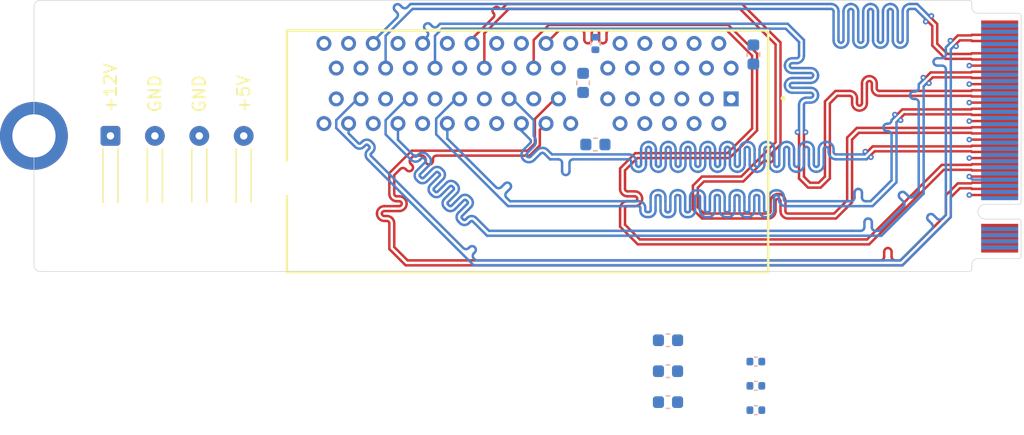
<source format=kicad_pcb>
(kicad_pcb (version 20221018) (generator pcbnew)
  (layers (0 "F.Cu" signal) (1 "In1.Cu" signal) (2 "In2.Cu" signal) (31 "B.Cu" signal) (34 "B.Paste" user) (35 "F.Paste" user) (36 "B.SilkS" user "B.Silkscreen") (37 "F.SilkS" user "F.Silkscreen") (38 "B.Mask" user) (39 "F.Mask" user) (44 "Edge.Cuts" user))
  (net 0 "")
  (net 1 "+12V")
  (net 2 "GND")
  (net 3 "+3.3V")
  (net 4 "/+3.3AUX")
  (net 5 "/PWRGD")
  (net 6 "/REFCLK+")
  (net 7 "/REFCLK-")
  (net 8 "/DI0+")
  (net 9 "/DI0-")
  (net 11 "/DI1+")
  (net 12 "/DI1-")
  (net 13 "/DI2+")
  (net 14 "/DI2-")
  (net 15 "/DI3+")
  (net 16 "/DI3-")
  (net 18 "/WAKE#")
  (net 20 "/DO0+")
  (net 21 "/DO0-")
  (net 23 "/DO1+")
  (net 24 "/DO1-")
  (net 25 "/DO2+")
  (net 26 "/DO2-")
  (net 27 "/DO3+")
  (net 28 "/DO3-")
  (net 54 "+5V")
  (footprint "Snapeda:SAMTEC_PCIE-064-02-X-D-RA" (layer "F.Cu") (at 155 114.25)
    (fp_text reference "J1" hide)
    (fp_text value "PCIE-064-02-X-D-RA")
  )
  (footprint "Connector_Wire:SolderWire-0.1sqmm_1x04_P3.6mm_D0.4mm_OD1mm_Relief" (layer "F.Cu") (at 121.2 113)
    (fp_text reference "J3" hide)
    (fp_text value "PCB_WIRE")
  )
  (footprint "Capacitor_SMD:C_0402_1005Metric" (layer "B.Cu") (at 173.5 131.31 180)
    (fp_text reference "C1" hide)
    (fp_text value "100nF")
  )
  (footprint "Capacitor_SMD:C_0603_1608Metric" (layer "B.Cu") (at 166.382976 134.6 180)
    (fp_text reference "C6" hide)
    (fp_text value "1uF")
  )
  (footprint "Capacitor_SMD:C_0603_1608Metric" (layer "B.Cu") (at 159.5 108.7 90)
    (fp_text reference "C9" hide)
    (fp_text value "1uF")
  )
  (footprint "Capacitor_SMD:C_0402_1005Metric" (layer "B.Cu") (at 173.5 133.28 180)
    (fp_text reference "C3" hide)
    (fp_text value "100nF")
  )
  (footprint "Snapeda:M.2-KEY-M" (layer "B.Cu") (at 195 113 -90)
    (fp_text reference "J2" hide)
    (fp_text value "M2_KEY_M" hide)
    (fp_line (start -11 79.5) (end -11 4.2) (stroke (width 0.05)) (layer "Edge.Cuts"))
    (fp_line (start -10.8 4) (end -10.45 4) (stroke (width 0.05)) (layer "Edge.Cuts"))
    (fp_line (start -9.95 3.5) (end -9.95 0.2) (stroke (width 0.05)) (layer "Edge.Cuts"))
    (fp_line (start 5.35 0) (end -9.75 0) (stroke (width 0.05)) (layer "Edge.Cuts"))
    (fp_line (start 5.55 0.2) (end 5.55 2.9) (stroke (width 0.05)) (layer "Edge.Cuts"))
    (fp_line (start 6.75 0.2) (end 6.75 2.9) (stroke (width 0.05)) (layer "Edge.Cuts"))
    (fp_line (start 6.95 0) (end 9.75 0) (stroke (width 0.05)) (layer "Edge.Cuts"))
    (fp_line (start 9.95 0.2) (end 9.95 3.5) (stroke (width 0.05)) (layer "Edge.Cuts"))
    (fp_line (start 10.45 4) (end 10.8 4) (stroke (width 0.05)) (layer "Edge.Cuts"))
    (fp_line (start 10.5 80) (end -10.5 80) (stroke (width 0.05)) (layer "Edge.Cuts"))
    (fp_line (start 11 4.2) (end 11 79.5) (stroke (width 0.05)) (layer "Edge.Cuts"))
    (fp_arc (start -11 4.2) (mid -10.941421 4.058579) (end -10.8 4) (stroke (width 0.05)) (layer "Edge.Cuts"))
    (fp_arc (start -10.5 80) (mid -10.853553 79.853553) (end -11 79.5) (stroke (width 0.05)) (layer "Edge.Cuts"))
    (fp_arc (start -9.95 0.2) (mid -9.891421 0.058579) (end -9.75 0) (stroke (width 0.05)) (layer "Edge.Cuts"))
    (fp_arc (start -9.95 3.5) (mid -10.096447 3.853553) (end -10.45 4) (stroke (width 0.05)) (layer "Edge.Cuts"))
    (fp_arc (start 5.35 0) (mid 5.491421 0.058579) (end 5.55 0.2) (stroke (width 0.05)) (layer "Edge.Cuts"))
    (fp_arc (start 6.75 0.2) (mid 6.808579 0.058579) (end 6.95 0) (stroke (width 0.05)) (layer "Edge.Cuts"))
    (fp_arc (start 6.75 2.9) (mid 6.15 3.5) (end 5.55 2.9) (stroke (width 0.05)) (layer "Edge.Cuts"))
    (fp_arc (start 9.75 0) (mid 9.891421 0.058579) (end 9.95 0.2) (stroke (width 0.05)) (layer "Edge.Cuts"))
    (fp_arc (start 10.45 4) (mid 10.096447 3.853553) (end 9.95 3.5) (stroke (width 0.05)) (layer "Edge.Cuts"))
    (fp_arc (start 10.8 4) (mid 10.941421 4.058579) (end 11 4.2) (stroke (width 0.05)) (layer "Edge.Cuts"))
    (fp_arc (start 11 79.5) (mid 10.853553 79.853553) (end 10.5 80) (stroke (width 0.05)) (layer "Edge.Cuts"))
  )
  (footprint "Capacitor_SMD:C_0603_1608Metric" (layer "B.Cu") (at 166.382976 129.58 180)
    (fp_text reference "C2" hide)
    (fp_text value "1uF")
  )
  (footprint "Resistor_SMD:R_0402_1005Metric" (layer "B.Cu") (at 160.5 105.5 90)
    (fp_text reference "R1" hide)
    (fp_text value "0")
  )
  (footprint "Capacitor_SMD:C_0603_1608Metric" (layer "B.Cu") (at 173.3 106.4 90)
    (fp_text reference "C8" hide)
    (fp_text value "1uF")
  )
  (footprint "Capacitor_SMD:C_0402_1005Metric" (layer "B.Cu") (at 173.5 135.25 180)
    (fp_text reference "C5" hide)
    (fp_text value "100nF")
  )
  (footprint "Capacitor_SMD:C_0603_1608Metric" (layer "B.Cu") (at 166.382976 132.09 180)
    (fp_text reference "C4" hide)
    (fp_text value "1uF")
  )
  (footprint "Capacitor_SMD:C_0603_1608Metric" (layer "B.Cu") (at 160.5 113.7 180)
    (fp_text reference "C7" hide)
    (fp_text value "1uF")
  )
  (gr_text "GND" (at 128.4 111.2 90) (layer "F.SilkS") (effects (font (size 1 1)) (justify left)))
  (gr_text "+12V" (at 121.2 111.2 90) (layer "F.SilkS") (effects (font (size 1 1)) (justify left)))
  (gr_text "GND" (at 124.8 111.2 90) (layer "F.SilkS") (effects (font (size 1 1)) (justify left)))
  (gr_text "+5V" (at 132 111.2 90) (layer "F.SilkS") (effects (font (size 1 1)) (justify left)))
  (segment (start 193.258898 111.8) (end 190.8 111.8) (width 0.2) (layer "F.Cu") (net 2))
  (segment (start 193.258898 110.3) (end 190.8 110.3) (width 0.2) (layer "F.Cu") (net 2))
  (segment (start 193.258898 107.3) (end 190.8 107.3) (width 0.2) (layer "F.Cu") (net 2))
  (segment (start 193.258898 114.8) (end 190.8 114.8) (width 0.2) (layer "F.Cu") (net 2))
  (segment (start 193.258898 113.3) (end 190.8 113.3) (width 0.2) (layer "F.Cu") (net 2))
  (segment (start 193.258898 108.8) (end 190.8 108.8) (width 0.2) (layer "F.Cu") (net 2))
  (segment (start 193.258898 117.8) (end 190.8 117.8) (width 0.2) (layer "F.Cu") (net 2))
  (segment (start 193.258898 116.3) (end 190.8 116.3) (width 0.2) (layer "F.Cu") (net 2))
  (via (at 190.8 116.3) (size 0.45) (drill 0.2) (layers "F.Cu" "B.Cu") (net 2))
  (via (at 190.8 110.3) (size 0.45) (drill 0.2) (layers "F.Cu" "B.Cu") (net 2))
  (via (at 190.8 113.3) (size 0.45) (drill 0.2) (layers "F.Cu" "B.Cu") (net 2))
  (via (at 190.8 111.8) (size 0.45) (drill 0.2) (layers "F.Cu" "B.Cu") (net 2))
  (via (at 190.8 107.3) (size 0.45) (drill 0.2) (layers "F.Cu" "B.Cu") (net 2))
  (via (at 190.8 114.8) (size 0.45) (drill 0.2) (layers "F.Cu" "B.Cu") (net 2))
  (via (at 190.8 108.8) (size 0.45) (drill 0.2) (layers "F.Cu" "B.Cu") (net 2))
  (via (at 190.8 117.8) (size 0.45) (drill 0.2) (layers "F.Cu" "B.Cu") (net 2))
  (segment (start 191.05 116.55) (end 190.8 116.3) (width 0.2) (layer "B.Cu") (net 2))
  (segment (start 193.258898 116.55) (end 191.05 116.55) (width 0.2) (layer "B.Cu") (net 2))
  (segment (start 143.8 120.1) (end 143.8 120.971092) (width 0.2) (layer "F.Cu") (net 6))
  (segment (start 189.3 119.582844) (end 189.3 117.982844) (width 0.2) (layer "F.Cu") (net 6))
  (segment (start 145.117156 123.5) (end 185.382844 123.5) (width 0.2) (layer "F.Cu") (net 6))
  (segment (start 157.5 110) (end 157.22155 110) (width 0.2) (layer "F.Cu") (net 6))
  (segment (start 190.032844 117.25) (end 190.958897 117.25) (width 0.2) (layer "F.Cu") (net 6))
  (segment (start 185.382844 123.5) (end 189.3 119.582844) (width 0.2) (layer "F.Cu") (net 6))
  (segment (start 191.008897 117.3) (end 193.258898 117.3) (width 0.2) (layer "F.Cu") (net 6))
  (segment (start 190.958897 117.25) (end 191.008897 117.3) (width 0.2) (layer "F.Cu") (net 6))
  (segment (start 155.596 111.62555) (end 155.596 113.604) (width 0.2) (layer "F.Cu") (net 6))
  (segment (start 189.3 117.982844) (end 190.032844 117.25) (width 0.2) (layer "F.Cu") (net 6))
  (segment (start 143.8 120.971092) (end 143.8 122.182844) (width 0.2) (layer "F.Cu") (net 6))
  (segment (start 144.4 118.7) (end 143.397462 118.7) (width 0.2) (layer "F.Cu") (net 6))
  (segment (start 143.8 116.017156) (end 143.8 117.7) (width 0.2) (layer "F.Cu") (net 6))
  (segment (start 157.22155 110) (end 155.596 111.62555) (width 0.2) (layer "F.Cu") (net 6))
  (segment (start 155 114.2) (end 145.617156 114.2) (width 0.2) (layer "F.Cu") (net 6))
  (segment (start 143.8 122.182844) (end 145.117156 123.5) (width 0.2) (layer "F.Cu") (net 6))
  (segment (start 143.397462 119.9) (end 143.6 119.9) (width 0.2) (layer "F.Cu") (net 6))
  (segment (start 155.596 113.604) (end 155 114.2) (width 0.2) (layer "F.Cu") (net 6))
  (segment (start 144.602538 118.7) (end 144.4 118.7) (width 0.2) (layer "F.Cu") (net 6))
  (segment (start 144.4 118.3) (end 144.602538 118.3) (width 0.2) (layer "F.Cu") (net 6))
  (segment (start 145.617156 114.2) (end 143.8 116.017156) (width 0.2) (layer "F.Cu") (net 6))
  (arc (start 144.802538 118.5) (mid 144.743959 118.641421) (end 144.602538 118.7) (width 0.2) (layer "F.Cu") (net 6))
  (arc (start 143.397462 118.7) (mid 142.973198 118.875736) (end 142.797462 119.3) (width 0.2) (layer "F.Cu") (net 6))
  (arc (start 144.602538 118.3) (mid 144.743959 118.358579) (end 144.802538 118.5) (width 0.2) (layer "F.Cu") (net 6))
  (arc (start 143.6 119.9) (mid 143.741421 119.958579) (end 143.8 120.1) (width 0.2) (layer "F.Cu") (net 6))
  (arc (start 142.797462 119.3) (mid 142.973198 119.724264) (end 143.397462 119.9) (width 0.2) (layer "F.Cu") (net 6))
  (arc (start 143.8 117.7) (mid 143.975736 118.124264) (end 144.4 118.3) (width 0.2) (layer "F.Cu") (net 6))
  (segment (start 190.958897 116.85) (end 189.867156 116.85) (width 0.2) (layer "F.Cu") (net 7))
  (segment (start 145.282844 123.1) (end 144.2 122.017156) (width 0.2) (layer "F.Cu") (net 7))
  (segment (start 155.996 113.769685) (end 155.996 112.504) (width 0.2) (layer "F.Cu") (net 7))
  (segment (start 143.397462 119.1) (end 144.4 119.1) (width 0.2) (layer "F.Cu") (net 7))
  (segment (start 155.165685 114.6) (end 155.996 113.769685) (width 0.2) (layer "F.Cu") (net 7))
  (segment (start 145.115686 115.691422) (end 145.204565 115.780301) (width 0.2) (layer "F.Cu") (net 7))
  (segment (start 144.4 119.1) (end 144.602538 119.1) (width 0.2) (layer "F.Cu") (net 7))
  (segment (start 148.233159 114.6) (end 155.165685 114.6) (width 0.2) (layer "F.Cu") (net 7))
  (segment (start 182.976587 123.1) (end 145.282844 123.1) (width 0.2) (layer "F.Cu") (net 7))
  (segment (start 147.332844 115.025658) (end 147.332844 114.9) (width 0.2) (layer "F.Cu") (net 7))
  (segment (start 189.867156 116.85) (end 188.9 117.817156) (width 0.2) (layer "F.Cu") (net 7))
  (segment (start 144.2 117.7) (end 144.2 116.182844) (width 0.2) (layer "F.Cu") (net 7))
  (segment (start 185.217156 123.1) (end 184.8 123.1) (width 0.2) (layer "F.Cu") (net 7))
  (segment (start 145.539949 114.842892) (end 145.53995 114.842893) (width 0.2) (layer "F.Cu") (net 7))
  (segment (start 183.9 122.4) (end 183.9 122.8) (width 0.2) (layer "F.Cu") (net 7))
  (segment (start 145.628829 115.356036) (end 145.539949 115.267156) (width 0.2) (layer "F.Cu") (net 7))
  (segment (start 146.732844 114.9) (end 146.732844 115.025658) (width 0.2) (layer "F.Cu") (net 7))
  (segment (start 144.602538 117.9) (end 144.4 117.9) (width 0.2) (layer "F.Cu") (net 7))
  (segment (start 184.5 122.8) (end 184.5 122.4) (width 0.2) (layer "F.Cu") (net 7))
  (segment (start 188.9 119.417156) (end 185.217156 123.1) (width 0.2) (layer "F.Cu") (net 7))
  (segment (start 155.996 112.504) (end 156.5 112) (width 0.2) (layer "F.Cu") (net 7))
  (segment (start 183.6 123.1) (end 182.976587 123.1) (width 0.2) (layer "F.Cu") (net 7))
  (segment (start 193.258898 116.8) (end 191.008897 116.8) (width 0.2) (layer "F.Cu") (net 7))
  (segment (start 145.782844 114.6) (end 146.432844 114.6) (width 0.2) (layer "F.Cu") (net 7))
  (segment (start 188.9 117.817156) (end 188.9 119.417156) (width 0.2) (layer "F.Cu") (net 7))
  (segment (start 147.632844 114.6) (end 148.233159 114.6) (width 0.2) (layer "F.Cu") (net 7))
  (segment (start 144.2 116.182844) (end 144.691422 115.691422) (width 0.2) (layer "F.Cu") (net 7))
  (segment (start 143.6 119.5) (end 143.397462 119.5) (width 0.2) (layer "F.Cu") (net 7))
  (segment (start 191.008897 116.8) (end 190.958897 116.85) (width 0.2) (layer "F.Cu") (net 7))
  (segment (start 145.53995 114.842893) (end 145.782844 114.6) (width 0.2) (layer "F.Cu") (net 7))
  (segment (start 144.2 122.017156) (end 144.2 120.1) (width 0.2) (layer "F.Cu") (net 7))
  (segment (start 145.628829 115.356035) (end 145.628829 115.356036) (width 0.2) (layer "F.Cu") (net 7))
  (arc (start 143.397462 119.5) (mid 143.256041 119.441421) (end 143.197462 119.3) (width 0.2) (layer "F.Cu") (net 7))
  (arc (start 144.4 117.9) (mid 144.258579 117.841421) (end 144.2 117.7) (width 0.2) (layer "F.Cu") (net 7))
  (arc (start 144.602538 119.1) (mid 145.026802 118.924264) (end 145.202538 118.5) (width 0.2) (layer "F.Cu") (net 7))
  (arc (start 184.5 122.4) (mid 184.412132 122.187868) (end 184.2 122.1) (width 0.2) (layer "F.Cu") (net 7))
  (arc (start 144.2 120.1) (mid 144.024264 119.675736) (end 143.6 119.5) (width 0.2) (layer "F.Cu") (net 7))
  (arc (start 145.628829 115.780301) (mid 145.716697 115.568168) (end 145.628829 115.356035) (width 0.2) (layer "F.Cu") (net 7))
  (arc (start 145.202538 118.5) (mid 145.026802 118.075736) (end 144.602538 117.9) (width 0.2) (layer "F.Cu") (net 7))
  (arc (start 146.432844 114.6) (mid 146.644976 114.687868) (end 146.732844 114.9) (width 0.2) (layer "F.Cu") (net 7))
  (arc (start 183.9 122.8) (mid 183.812132 123.012132) (end 183.6 123.1) (width 0.2) (layer "F.Cu") (net 7))
  (arc (start 184.8 123.1) (mid 184.587868 123.012132) (end 184.5 122.8) (width 0.2) (layer "F.Cu") (net 7))
  (arc (start 145.204565 115.780301) (mid 145.416697 115.868169) (end 145.628829 115.780301) (width 0.2) (layer "F.Cu") (net 7))
  (arc (start 144.691422 115.691422) (mid 144.903554 115.603554) (end 145.115686 115.691422) (width 0.2) (layer "F.Cu") (net 7))
  (arc (start 145.539949 115.267156) (mid 145.452081 115.055024) (end 145.539949 114.842892) (width 0.2) (layer "F.Cu") (net 7))
  (arc (start 143.197462 119.3) (mid 143.256041 119.158579) (end 143.397462 119.1) (width 0.2) (layer "F.Cu") (net 7))
  (arc (start 147.332844 114.9) (mid 147.420712 114.687868) (end 147.632844 114.6) (width 0.2) (layer "F.Cu") (net 7))
  (arc (start 146.732844 115.025658) (mid 146.820712 115.23779) (end 147.032844 115.325658) (width 0.2) (layer "F.Cu") (net 7))
  (arc (start 147.032844 115.325658) (mid 147.244976 115.23779) (end 147.332844 115.025658) (width 0.2) (layer "F.Cu") (net 7))
  (arc (start 184.2 122.1) (mid 183.987868 122.187868) (end 183.9 122.4) (width 0.2) (layer "F.Cu") (net 7))
  (segment (start 193.258898 114.3) (end 191.008897 114.3) (width 0.2) (layer "F.Cu") (net 8))
  (segment (start 183.133343 114.25) (end 182.82981 114.553533) (width 0.2) (layer "F.Cu") (net 8))
  (segment (start 191.008897 114.3) (end 190.958897 114.25) (width 0.2) (layer "F.Cu") (net 8))
  (segment (start 182.82981 114.553533) (end 182.82981 114.73031) (width 0.2) (layer "F.Cu") (net 8))
  (segment (start 190.958897 114.25) (end 183.133343 114.25) (width 0.2) (layer "F.Cu") (net 8))
  (via (at 182.82981 114.73031) (size 0.45) (drill 0.2) (layers "F.Cu" "B.Cu") (net 8))
  (segment (start 172.6 114.9) (end 172.6 115.313149) (width 0.2) (layer "B.Cu") (net 8))
  (segment (start 157.5 114.9) (end 156.85 114.9) (width 0.2) (layer "B.Cu") (net 8))
  (segment (start 168.2 114.5) (end 168.2 114.086851) (width 0.2) (layer "B.Cu") (net 8))
  (segment (start 177.8 114.5) (end 177.8 114.086851) (width 0.2) (layer "B.Cu") (net 8))
  (segment (start 179 114.9) (end 179 115.313134) (width 0.2) (layer "B.Cu") (net 8))
  (segment (start 157.8 115.877246) (end 157.8 115.2) (width 0.2) (layer "B.Cu") (net 8))
  (segment (start 171 114.9) (end 171 115.313149) (width 0.2) (layer "B.Cu") (net 8))
  (segment (start 163.2 114.9) (end 158.7 114.9) (width 0.2) (layer "B.Cu") (net 8))
  (segment (start 172.6 114.086851) (end 172.6 114.9) (width 0.2) (layer "B.Cu") (net 8))
  (segment (start 182.82981 114.73031) (end 182.653033 114.73031) (width 0.2) (layer "B.Cu") (net 8))
  (segment (start 155.535353 114.9617) (end 155.535354 114.961699) (width 0.2) (layer "B.Cu") (net 8))
  (segment (start 175.8 114.086851) (end 175.8 114.9) (width 0.2) (layer "B.Cu") (net 8))
  (segment (start 173 115.313134) (end 173 114.5) (width 0.2) (layer "B.Cu") (net 8))
  (segment (start 179.4 114.3) (end 179.4 114.086851) (width 0.2) (layer "B.Cu") (net 8))
  (segment (start 169.4 114.9) (end 169.4 115.313134) (width 0.2) (layer "B.Cu") (net 8))
  (segment (start 175.8 114.9) (end 175.8 115.313149) (width 0.2) (layer "B.Cu") (net 8))
  (segment (start 169.4 114.086851) (end 169.4 114.9) (width 0.2) (layer "B.Cu") (net 8))
  (segment (start 176.2 115.313149) (end 176.2 114.5) (width 0.2) (layer "B.Cu") (net 8))
  (segment (start 177.4 114.9) (end 177.4 115.313149) (width 0.2) (layer "B.Cu") (net 8))
  (segment (start 182.653033 114.73031) (end 182.483343 114.9) (width 0.2) (layer "B.Cu") (net 8))
  (segment (start 171.4 115.313149) (end 171.4 114.5) (width 0.2) (layer "B.Cu") (net 8))
  (segment (start 167.8 114.086851) (end 167.8 114.9) (width 0.2) (layer "B.Cu") (net 8))
  (segment (start 171 114.086851) (end 171 114.9) (width 0.2) (layer "B.Cu") (net 8))
  (segment (start 164.6 114.086851) (end 164.6 115.1) (width 0.2) (layer "B.Cu") (net 8))
  (segment (start 154.5 112.582844) (end 154.5 112) (width 0.2) (layer "B.Cu") (net 8))
  (segment (start 163.4 115.313134) (end 163.4 115.1) (width 0.2) (layer "B.Cu") (net 8))
  (segment (start 166.2 114.086851) (end 166.2 114.9) (width 0.2) (layer "B.Cu") (net 8))
  (segment (start 155.217156 113.299999) (end 154.5 112.582844) (width 0.2) (layer "B.Cu") (net 8))
  (segment (start 182.483343 114.9) (end 180 114.9) (width 0.2) (layer "B.Cu") (net 8))
  (segment (start 166.6 115.313149) (end 166.6 114.5) (width 0.2) (layer "B.Cu") (net 8))
  (segment (start 166.6 114.5) (end 166.6 114.086851) (width 0.2) (layer "B.Cu") (net 8))
  (segment (start 177.4 114.086851) (end 177.4 114.9) (width 0.2) (layer "B.Cu") (net 8))
  (segment (start 168.2 115.313134) (end 168.2 114.5) (width 0.2) (layer "B.Cu") (net 8))
  (segment (start 155.217156 113.582842) (end 155.217156 113.582841) (width 0.2) (layer "B.Cu") (net 8))
  (segment (start 165 115.313149) (end 165 114.5) (width 0.2) (layer "B.Cu") (net 8))
  (segment (start 154.686825 114.113172) (end 155.217156 113.582842) (width 0.2) (layer "B.Cu") (net 8))
  (segment (start 171.4 114.5) (end 171.4 114.086851) (width 0.2) (layer "B.Cu") (net 8))
  (segment (start 173 114.5) (end 173 114.086851) (width 0.2) (layer "B.Cu") (net 8))
  (segment (start 165 114.5) (end 165 114.086851) (width 0.2) (layer "B.Cu") (net 8))
  (segment (start 174.2 114.9) (end 174.2 115.313134) (width 0.2) (layer "B.Cu") (net 8))
  (segment (start 174.6 115.313149) (end 174.6 114.5) (width 0.2) (layer "B.Cu") (net 8))
  (segment (start 156.85 114.9) (end 156.817156 114.9) (width 0.2) (layer "B.Cu") (net 8))
  (segment (start 156.065683 114.431369) (end 155.535353 114.9617) (width 0.2) (layer "B.Cu") (net 8))
  (segment (start 179 114.086851) (end 179 114.9) (width 0.2) (layer "B.Cu") (net 8))
  (segment (start 176.2 114.5) (end 176.2 114.086851) (width 0.2) (layer "B.Cu") (net 8))
  (segment (start 164.6 115.1) (end 164.6 115.313134) (width 0.2) (layer "B.Cu") (net 8))
  (segment (start 156.817156 114.9) (end 156.348526 114.43137) (width 0.2) (layer "B.Cu") (net 8))
  (segment (start 158.4 115.2) (end 158.4 115.877246) (width 0.2) (layer "B.Cu") (net 8))
  (segment (start 166.2 114.9) (end 166.2 115.313149) (width 0.2) (layer "B.Cu") (net 8))
  (segment (start 167.8 114.9) (end 167.8 115.313149) (width 0.2) (layer "B.Cu") (net 8))
  (segment (start 169.8 115.313149) (end 169.8 114.5) (width 0.2) (layer "B.Cu") (net 8))
  (segment (start 177.8 115.313134) (end 177.8 114.5) (width 0.2) (layer "B.Cu") (net 8))
  (segment (start 169.8 114.5) (end 169.8 114.086851) (width 0.2) (layer "B.Cu") (net 8))
  (segment (start 174.6 114.5) (end 174.6 114.086851) (width 0.2) (layer "B.Cu") (net 8))
  (segment (start 174.2 114.086851) (end 174.2 114.9) (width 0.2) (layer "B.Cu") (net 8))
  (arc (start 164.6 115.313134) (mid 164.424264 115.737398) (end 164 115.913134) (width 0.2) (layer "B.Cu") (net 8))
  (arc (start 171.2 113.886851) (mid 171.058579 113.94543) (end 171 114.086851) (width 0.2) (layer "B.Cu") (net 8))
  (arc (start 155.535354 114.961699) (mid 155.11109 115.137436) (end 154.686825 114.9617) (width 0.2) (layer "B.Cu") (net 8))
  (arc (start 174.2 115.313134) (mid 174.024264 115.737398) (end 173.6 115.913134) (width 0.2) (layer "B.Cu") (net 8))
  (arc (start 165 114.086851) (mid 164.941421 113.94543) (end 164.8 113.886851) (width 0.2) (layer "B.Cu") (net 8))
  (arc (start 171.4 114.086851) (mid 171.341421 113.94543) (end 171.2 113.886851) (width 0.2) (layer "B.Cu") (net 8))
  (arc (start 169.8 114.086851) (mid 169.741421 113.94543) (end 169.6 113.886851) (width 0.2) (layer "B.Cu") (net 8))
  (arc (start 158.4 115.877246) (mid 158.312132 116.089378) (end 158.1 116.177246) (width 0.2) (layer "B.Cu") (net 8))
  (arc (start 172.8 113.886851) (mid 172.658579 113.94543) (end 172.6 114.086851) (width 0.2) (layer "B.Cu") (net 8))
  (arc (start 177.8 114.086851) (mid 177.741421 113.94543) (end 177.6 113.886851) (width 0.2) (layer "B.Cu") (net 8))
  (arc (start 170.4 115.913149) (mid 169.975736 115.737413) (end 169.8 115.313149) (width 0.2) (layer "B.Cu") (net 8))
  (arc (start 179.4 114.086851) (mid 179.341421 113.94543) (end 179.2 113.886851) (width 0.2) (layer "B.Cu") (net 8))
  (arc (start 177.6 113.886851) (mid 177.458579 113.94543) (end 177.4 114.086851) (width 0.2) (layer "B.Cu") (net 8))
  (arc (start 176 113.886851) (mid 175.858579 113.94543) (end 175.8 114.086851) (width 0.2) (layer "B.Cu") (net 8))
  (arc (start 169.6 113.886851) (mid 169.458579 113.94543) (end 169.4 114.086851) (width 0.2) (layer "B.Cu") (net 8))
  (arc (start 178.4 115.913134) (mid 177.975736 115.737398) (end 177.8 115.313134) (width 0.2) (layer "B.Cu") (net 8))
  (arc (start 156.348526 114.43137) (mid 156.207105 114.372791) (end 156.065683 114.431369) (width 0.2) (layer "B.Cu") (net 8))
  (arc (start 173 114.086851) (mid 172.941421 113.94543) (end 172.8 113.886851) (width 0.2) (layer "B.Cu") (net 8))
  (arc (start 174.4 113.886851) (mid 174.258579 113.94543) (end 174.2 114.086851) (width 0.2) (layer "B.Cu") (net 8))
  (arc (start 175.2 115.913149) (mid 174.775736 115.737413) (end 174.6 115.313149) (width 0.2) (layer "B.Cu") (net 8))
  (arc (start 167.2 115.913149) (mid 166.775736 115.737413) (end 166.6 115.313149) (width 0.2) (layer "B.Cu") (net 8))
  (arc (start 157.8 115.2) (mid 157.712132 114.987868) (end 157.5 114.9) (width 0.2) (layer "B.Cu") (net 8))
  (arc (start 172 115.913149) (mid 171.575736 115.737413) (end 171.4 115.313149) (width 0.2) (layer "B.Cu") (net 8))
  (arc (start 166.4 113.886851) (mid 166.258579 113.94543) (end 166.2 114.086851) (width 0.2) (layer "B.Cu") (net 8))
  (arc (start 166.2 115.313149) (mid 166.024264 115.737413) (end 165.6 115.913149) (width 0.2) (layer "B.Cu") (net 8))
  (arc (start 168.2 114.086851) (mid 168.141421 113.94543) (end 168 113.886851) (width 0.2) (layer "B.Cu") (net 8))
  (arc (start 180 114.9) (mid 179.575736 114.724264) (end 179.4 114.3) (width 0.2) (layer "B.Cu") (net 8))
  (arc (start 158.1 116.177246) (mid 157.887868 116.089378) (end 157.8 115.877246) (width 0.2) (layer "B.Cu") (net 8))
  (arc (start 172.6 115.313149) (mid 172.424264 115.737413) (end 172 115.913149) (width 0.2) (layer "B.Cu") (net 8))
  (arc (start 158.7 114.9) (mid 158.487868 114.987868) (end 158.4 115.2) (width 0.2) (layer "B.Cu") (net 8))
  (arc (start 154.686825 114.9617) (mid 154.511089 114.537436) (end 154.686825 114.113172) (width 0.2) (layer "B.Cu") (net 8))
  (arc (start 169.4 115.313134) (mid 169.224264 115.737398) (end 168.8 115.913134) (width 0.2) (layer "B.Cu") (net 8))
  (arc (start 174.6 114.086851) (mid 174.541421 113.94543) (end 174.4 113.886851) (width 0.2) (layer "B.Cu") (net 8))
  (arc (start 164 115.913134) (mid 163.575736 115.737398) (end 163.4 115.313134) (width 0.2) (layer "B.Cu") (net 8))
  (arc (start 163.4 115.1) (mid 163.341421 114.958579) (end 163.2 114.9) (width 0.2) (layer "B.Cu") (net 8))
  (arc (start 171 115.313149) (mid 170.824264 115.737413) (end 170.4 115.913149) (width 0.2) (layer "B.Cu") (net 8))
  (arc (start 176.8 115.913149) (mid 176.375736 115.737413) (end 176.2 115.313149) (width 0.2) (layer "B.Cu") (net 8))
  (arc (start 164.8 113.886851) (mid 164.658579 113.94543) (end 164.6 114.086851) (width 0.2) (layer "B.Cu") (net 8))
  (arc (start 166.6 114.086851) (mid 166.541421 113.94543) (end 166.4 113.886851) (width 0.2) (layer "B.Cu") (net 8))
  (arc (start 155.217156 113.582841) (mid 155.275734 113.44142) (end 155.217156 113.299999) (width 0.2) (layer "B.Cu") (net 8))
  (arc (start 167.8 115.313149) (mid 167.624264 115.737413) (end 167.2 115.913149) (width 0.2) (layer "B.Cu") (net 8))
  (arc (start 173.6 115.913134) (mid 173.175736 115.737398) (end 173 115.313134) (width 0.2) (layer "B.Cu") (net 8))
  (arc (start 175.8 115.313149) (mid 175.624264 115.737413) (end 175.2 115.913149) (width 0.2) (layer "B.Cu") (net 8))
  (arc (start 168.8 115.913134) (mid 168.375736 115.737398) (end 168.2 115.313134) (width 0.2) (layer "B.Cu") (net 8))
  (arc (start 176.2 114.086851) (mid 176.141421 113.94543) (end 176 113.886851) (width 0.2) (layer "B.Cu") (net 8))
  (arc (start 168 113.886851) (mid 167.858579 113.94543) (end 167.8 114.086851) (width 0.2) (layer "B.Cu") (net 8))
  (arc (start 179.2 113.886851) (mid 179.058579 113.94543) (end 179 114.086851) (width 0.2) (layer "B.Cu") (net 8))
  (arc (start 165.6 115.913149) (mid 165.175736 115.737413) (end 165 115.313149) (width 0.2) (layer "B.Cu") (net 8))
  (arc (start 177.4 115.313149) (mid 177.224264 115.737413) (end 176.8 115.913149) (width 0.2) (layer "B.Cu") (net 8))
  (arc (start 179 115.313134) (mid 178.824264 115.737398) (end 178.4 115.913134) (width 0.2) (layer "B.Cu") (net 8))
  (segment (start 191.008897 113.8) (end 193.258898 113.8) (width 0.2) (layer "F.Cu") (net 9))
  (segment (start 182.967657 113.85) (end 190.958897 113.85) (width 0.2) (layer "F.Cu") (net 9))
  (segment (start 182.37019 114.27069) (end 182.546967 114.27069) (width 0.2) (layer "F.Cu") (net 9))
  (segment (start 182.546967 114.27069) (end 182.967657 113.85) (width 0.2) (layer "F.Cu") (net 9))
  (segment (start 190.958897 113.85) (end 191.008897 113.8) (width 0.2) (layer "F.Cu") (net 9))
  (via (at 182.37019 114.27069) (size 0.45) (drill 0.2) (layers "F.Cu" "B.Cu") (net 9))
  (segment (start 178.2 114.5) (end 178.2 115.313134) (width 0.2) (layer "B.Cu") (net 9))
  (segment (start 182.37019 114.447467) (end 182.37019 114.27069) (width 0.2) (layer "B.Cu") (net 9))
  (segment (start 173.8 115.313134) (end 173.8 114.9) (width 0.2) (layer "B.Cu") (net 9))
  (segment (start 156.63137 114.148527) (end 156.982844 114.5) (width 0.2) (layer "B.Cu") (net 9))
  (segment (start 180.505777 114.5) (end 182.317657 114.5) (width 0.2) (layer "B.Cu") (net 9))
  (segment (start 169 114.9) (end 169 114.086851) (width 0.2) (layer "B.Cu") (net 9))
  (segment (start 179.8 114.086851) (end 179.8 114.3) (width 0.2) (layer "B.Cu") (net 9))
  (segment (start 178.6 114.9) (end 178.6 114.086851) (width 0.2) (layer "B.Cu") (net 9))
  (segment (start 175.4 115.313149) (end 175.4 114.9) (width 0.2) (layer "B.Cu") (net 9))
  (segment (start 173.4 114.086851) (end 173.4 114.5) (width 0.2) (layer "B.Cu") (net 9))
  (segment (start 155.252511 114.678855) (end 155.25251 114.678856) (width 0.2) (layer "B.Cu") (net 9))
  (segment (start 155.5 111.72155) (end 155.499999 113.017156) (width 0.2) (layer "B.Cu") (net 9))
  (segment (start 172.2 115.313149) (end 172.2 114.9) (width 0.2) (layer "B.Cu") (net 9))
  (segment (start 167 114.5) (end 167 115.313149) (width 0.2) (layer "B.Cu") (net 9))
  (segment (start 176.6 114.5) (end 176.6 115.313149) (width 0.2) (layer "B.Cu") (net 9))
  (segment (start 173.8 114.9) (end 173.8 114.086851) (width 0.2) (layer "B.Cu") (net 9))
  (segment (start 164.2 115.313134) (end 164.2 115.1) (width 0.2) (layer "B.Cu") (net 9))
  (segment (start 155.499999 113.865684) (end 154.969668 114.396014) (width 0.2) (layer "B.Cu") (net 9))
  (segment (start 154.969669 114.678857) (end 154.969668 114.678856) (width 0.2) (layer "B.Cu") (net 9))
  (segment (start 155.25251 114.678856) (end 155.78284 114.148525) (width 0.2) (layer "B.Cu") (net 9))
  (segment (start 180 114.5) (end 180.505777 114.5) (width 0.2) (layer "B.Cu") (net 9))
  (segment (start 171.8 114.086851) (end 171.8 114.5) (width 0.2) (layer "B.Cu") (net 9))
  (segment (start 168.6 114.5) (end 168.6 115.313134) (width 0.2) (layer "B.Cu") (net 9))
  (segment (start 164.2 115.1) (end 164.2 114.086851) (width 0.2) (layer "B.Cu") (net 9))
  (segment (start 175.4 114.9) (end 175.4 114.086851) (width 0.2) (layer "B.Cu") (net 9))
  (segment (start 171.8 114.5) (end 171.8 115.313149) (width 0.2) (layer "B.Cu") (net 9))
  (segment (start 165.8 114.9) (end 165.8 114.086851) (width 0.2) (layer "B.Cu") (net 9))
  (segment (start 170.6 114.9) (end 170.6 114.086851) (width 0.2) (layer "B.Cu") (net 9))
  (segment (start 173.4 114.5) (end 173.4 115.313134) (width 0.2) (layer "B.Cu") (net 9))
  (segment (start 167.4 115.313149) (end 167.4 114.9) (width 0.2) (layer "B.Cu") (net 9))
  (segment (start 177 115.313149) (end 177 114.9) (width 0.2) (layer "B.Cu") (net 9))
  (segment (start 165.4 114.5) (end 165.4 115.313149) (width 0.2) (layer "B.Cu") (net 9))
  (segment (start 163.8 115.1) (end 163.8 115.313134) (width 0.2) (layer "B.Cu") (net 9))
  (segment (start 170.2 114.086851) (end 170.2 114.5) (width 0.2) (layer "B.Cu") (net 9))
  (segment (start 156.982844 114.5) (end 163.2 114.5) (width 0.2) (layer "B.Cu") (net 9))
  (segment (start 167 114.086851) (end 167 114.5) (width 0.2) (layer "B.Cu") (net 9))
  (segment (start 175 114.086851) (end 175 114.5) (width 0.2) (layer "B.Cu") (net 9))
  (segment (start 175 114.5) (end 175 115.313149) (width 0.2) (layer "B.Cu") (net 9))
  (segment (start 170.2 114.5) (end 170.2 115.313149) (width 0.2) (layer "B.Cu") (net 9))
  (segment (start 153.77845 110) (end 155.5 111.72155) (width 0.2) (layer "B.Cu") (net 9))
  (segment (start 167.4 114.9) (end 167.4 114.086851) (width 0.2) (layer "B.Cu") (net 9))
  (segment (start 156.631368 114.148525) (end 156.63137 114.148527) (width 0.2) (layer "B.Cu") (net 9))
  (segment (start 170.6 115.313149) (end 170.6 114.9) (width 0.2) (layer "B.Cu") (net 9))
  (segment (start 165.4 114.086851) (end 165.4 114.5) (width 0.2) (layer "B.Cu") (net 9))
  (segment (start 168.6 114.086851) (end 168.6 114.5) (width 0.2) (layer "B.Cu") (net 9))
  (segment (start 153.5 110) (end 153.77845 110) (width 0.2) (layer "B.Cu") (net 9))
  (segment (start 178.6 115.313134) (end 178.6 114.9) (width 0.2) (layer "B.Cu") (net 9))
  (segment (start 165.8 115.313149) (end 165.8 114.9) (width 0.2) (layer "B.Cu") (net 9))
  (segment (start 178.2 114.086851) (end 178.2 114.5) (width 0.2) (layer "B.Cu") (net 9))
  (segment (start 182.317657 114.5) (end 182.37019 114.447467) (width 0.2) (layer "B.Cu") (net 9))
  (segment (start 177 114.9) (end 177 114.086851) (width 0.2) (layer "B.Cu") (net 9))
  (segment (start 172.2 114.9) (end 172.2 114.086851) (width 0.2) (layer "B.Cu") (net 9))
  (segment (start 176.6 114.086851) (end 176.6 114.5) (width 0.2) (layer "B.Cu") (net 9))
  (segment (start 169 115.313134) (end 169 114.9) (width 0.2) (layer "B.Cu") (net 9))
  (arc (start 167.4 114.086851) (mid 167.575736 113.662587) (end 168 113.486851) (width 0.2) (layer "B.Cu") (net 9))
  (arc (start 163.2 114.5) (mid 163.624264 114.675736) (end 163.8 115.1) (width 0.2) (layer "B.Cu") (net 9))
  (arc (start 173.4 115.313134) (mid 173.458579 115.454555) (end 173.6 115.513134) (width 0.2) (layer "B.Cu") (net 9))
  (arc (start 155.78284 114.148525) (mid 156.207104 113.972789) (end 156.631368 114.148525) (width 0.2) (layer "B.Cu") (net 9))
  (arc (start 170.6 114.086851) (mid 170.775736 113.662587) (end 171.2 113.486851) (width 0.2) (layer "B.Cu") (net 9))
  (arc (start 164 115.513134) (mid 164.141421 115.454555) (end 164.2 115.313134) (width 0.2) (layer "B.Cu") (net 9))
  (arc (start 177 114.086851) (mid 177.175736 113.662587) (end 177.6 113.486851) (width 0.2) (layer "B.Cu") (net 9))
  (arc (start 175 115.313149) (mid 175.058579 115.45457) (end 175.2 115.513149) (width 0.2) (layer "B.Cu") (net 9))
  (arc (start 172.2 114.086851) (mid 172.375736 113.662587) (end 172.8 113.486851) (width 0.2) (layer "B.Cu") (net 9))
  (arc (start 165.8 114.086851) (mid 165.975736 113.662587) (end 166.4 113.486851) (width 0.2) (layer "B.Cu") (net 9))
  (arc (start 164.2 114.086851) (mid 164.375736 113.662587) (end 164.8 113.486851) (width 0.2) (layer "B.Cu") (net 9))
  (arc (start 176 113.486851) (mid 176.424264 113.662587) (end 176.6 114.086851) (width 0.2) (layer "B.Cu") (net 9))
  (arc (start 176.8 115.513149) (mid 176.941421 115.45457) (end 177 115.313149) (width 0.2) (layer "B.Cu") (net 9))
  (arc (start 165.4 115.313149) (mid 165.458579 115.45457) (end 165.6 115.513149) (width 0.2) (layer "B.Cu") (net 9))
  (arc (start 178.6 114.086851) (mid 178.775736 113.662587) (end 179.2 113.486851) (width 0.2) (layer "B.Cu") (net 9))
  (arc (start 168.6 115.313134) (mid 168.658579 115.454555) (end 168.8 115.513134) (width 0.2) (layer "B.Cu") (net 9))
  (arc (start 167.2 115.513149) (mid 167.341421 115.45457) (end 167.4 115.313149) (width 0.2) (layer "B.Cu") (net 9))
  (arc (start 163.8 115.313134) (mid 163.858579 115.454555) (end 164 115.513134) (width 0.2) (layer "B.Cu") (net 9))
  (arc (start 171.2 113.486851) (mid 171.624264 113.662587) (end 171.8 114.086851) (width 0.2) (layer "B.Cu") (net 9))
  (arc (start 154.969668 114.678856) (mid 155.11109 114.737434) (end 155.252511 114.678855) (width 0.2) (layer "B.Cu") (net 9))
  (arc (start 173.6 115.513134) (mid 173.741421 115.454555) (end 173.8 115.313134) (width 0.2) (layer "B.Cu") (net 9))
  (arc (start 168.8 115.513134) (mid 168.941421 115.454555) (end 169 115.313134) (width 0.2) (layer "B.Cu") (net 9))
  (arc (start 170.2 115.313149) (mid 170.258579 115.45457) (end 170.4 115.513149) (width 0.2) (layer "B.Cu") (net 9))
  (arc (start 179.8 114.3) (mid 179.858579 114.441421) (end 180 114.5) (width 0.2) (layer "B.Cu") (net 9))
  (arc (start 154.969668 114.396014) (mid 154.91109 114.537436) (end 154.969669 114.678857) (width 0.2) (layer "B.Cu") (net 9))
  (arc (start 178.2 115.313134) (mid 178.258579 115.454555) (end 178.4 115.513134) (width 0.2) (layer "B.Cu") (net 9))
  (arc (start 166.4 113.486851) (mid 166.824264 113.662587) (end 167 114.086851) (width 0.2) (layer "B.Cu") (net 9))
  (arc (start 172 115.513149) (mid 172.141421 115.45457) (end 172.2 115.313149) (width 0.2) (layer "B.Cu") (net 9))
  (arc (start 169 114.086851) (mid 169.175736 113.662587) (end 169.6 113.486851) (width 0.2) (layer "B.Cu") (net 9))
  (arc (start 170.4 115.513149) (mid 170.541421 115.45457) (end 170.6 115.313149) (width 0.2) (layer "B.Cu") (net 9))
  (arc (start 177.6 113.486851) (mid 178.024264 113.662587) (end 178.2 114.086851) (width 0.2) (layer "B.Cu") (net 9))
  (arc (start 169.6 113.486851) (mid 170.024264 113.662587) (end 170.2 114.086851) (width 0.2) (layer "B.Cu") (net 9))
  (arc (start 165.6 115.513149) (mid 165.741421 115.45457) (end 165.8 115.313149) (width 0.2) (layer "B.Cu") (net 9))
  (arc (start 155.499999 113.017156) (mid 155.675735 113.44142) (end 155.499999 113.865684) (width 0.2) (layer "B.Cu") (net 9))
  (arc (start 172.8 113.486851) (mid 173.224264 113.662587) (end 173.4 114.086851) (width 0.2) (layer "B.Cu") (net 9))
  (arc (start 179.2 113.486851) (mid 179.624264 113.662587) (end 179.8 114.086851) (width 0.2) (layer "B.Cu") (net 9))
  (arc (start 178.4 115.513134) (mid 178.541421 115.454555) (end 178.6 115.313134) (width 0.2) (layer "B.Cu") (net 9))
  (arc (start 176.6 115.313149) (mid 176.658579 115.45457) (end 176.8 115.513149) (width 0.2) (layer "B.Cu") (net 9))
  (arc (start 175.2 115.513149) (mid 175.341421 115.45457) (end 175.4 115.313149) (width 0.2) (layer "B.Cu") (net 9))
  (arc (start 168 113.486851) (mid 168.424264 113.662587) (end 168.6 114.086851) (width 0.2) (layer "B.Cu") (net 9))
  (arc (start 171.8 115.313149) (mid 171.858579 115.45457) (end 172 115.513149) (width 0.2) (layer "B.Cu") (net 9))
  (arc (start 174.4 113.486851) (mid 174.824264 113.662587) (end 175 114.086851) (width 0.2) (layer "B.Cu") (net 9))
  (arc (start 173.8 114.086851) (mid 173.975736 113.662587) (end 174.4 113.486851) (width 0.2) (layer "B.Cu") (net 9))
  (arc (start 175.4 114.086851) (mid 175.575736 113.662587) (end 176 113.486851) (width 0.2) (layer "B.Cu") (net 9))
  (arc (start 167 115.313149) (mid 167.058579 115.45457) (end 167.2 115.513149) (width 0.2) (layer "B.Cu") (net 9))
  (arc (start 164.8 113.486851) (mid 165.224264 113.662587) (end 165.4 114.086851) (width 0.2) (layer "B.Cu") (net 9))
  (segment (start 193.258898 111.3) (end 191.008897 111.3) (width 0.2) (layer "F.Cu") (net 11))
  (segment (start 191.008897 111.3) (end 190.958897 111.25) (width 0.2) (layer "F.Cu") (net 11))
  (segment (start 190.958897 111.25) (end 185.533343 111.25) (width 0.2) (layer "F.Cu") (net 11))
  (segment (start 185.533343 111.25) (end 185.22981 111.553533) (width 0.2) (layer "F.Cu") (net 11))
  (segment (start 185.22981 111.553533) (end 185.22981 111.73031) (width 0.2) (layer "F.Cu") (net 11))
  (via (at 185.22981 111.73031) (size 0.45) (drill 0.2) (layers "F.Cu" "B.Cu") (net 11))
  (segment (start 167.921472 119.592944) (end 168.028528 119.592944) (width 0.2) (layer "B.Cu") (net 11))
  (segment (start 175.11694 117.81612) (end 175.23306 117.81612) (width 0.2) (layer "B.Cu") (net 11))
  (segment (start 174.975 119.046463) (end 174.975 118.7) (width 0.2) (layer "B.Cu") (net 11))
  (segment (start 164.683934 119.583935) (end 164.833033 119.583935) (width 0.2) (layer "B.Cu") (net 11))
  (segment (start 147.596 111.604) (end 147.596 112.878844) (width 0.2) (layer "B.Cu") (net 11))
  (segment (start 167.375 118.3) (end 167.375 119.046472) (width 0.2) (layer "B.Cu") (net 11))
  (segment (start 184.9 116.765686) (end 184.9 111.883343) (width 0.2) (layer "B.Cu") (net 11))
  (segment (start 174.321462 119.592925) (end 174.428538 119.592925) (width 0.2) (layer "B.Cu") (net 11))
  (segment (start 166.975 119.046472) (end 166.975 118.7) (width 0.2) (layer "B.Cu") (net 11))
  (segment (start 172.175 117.953537) (end 172.175 118.3) (width 0.2) (layer "B.Cu") (net 11))
  (segment (start 170.175 118.7) (end 170.175 117.953528) (width 0.2) (layer "B.Cu") (net 11))
  (segment (start 173.775 118.3) (end 173.775 119.046463) (width 0.2) (layer "B.Cu") (net 11))
  (segment (start 166.975 118.7) (end 166.975 117.953528) (width 0.2) (layer "B.Cu") (net 11))
  (segment (start 174.975 118.7) (end 174.975 117.95806) (width 0.2) (layer "B.Cu") (net 11))
  (segment (start 173.375 119.046463) (end 173.375 118.7) (width 0.2) (layer "B.Cu") (net 11))
  (segment (start 168.975 117.953528) (end 168.975 118.3) (width 0.2) (layer "B.Cu") (net 11))
  (segment (start 171.921462 117.807075) (end 172.028538 117.807075) (width 0.2) (layer "B.Cu") (net 11))
  (segment (start 167.121472 117.807056) (end 167.228528 117.807056) (width 0.2) (layer "B.Cu") (net 11))
  (segment (start 171.121462 119.592925) (end 171.228538 119.592925) (width 0.2) (layer "B.Cu") (net 11))
  (segment (start 173.375 118.7) (end 173.375 117.953528) (width 0.2) (layer "B.Cu") (net 11))
  (segment (start 147.596 112.878844) (end 153.417156 118.7) (width 0.2) (layer "B.Cu") (net 11))
  (segment (start 166.321472 119.592944) (end 166.428528 119.592944) (width 0.2) (layer "B.Cu") (net 11))
  (segment (start 165.521472 117.807056) (end 165.628528 117.807056) (width 0.2) (layer "B.Cu") (net 11))
  (segment (start 170.575 117.953528) (end 170.575 118.3) (width 0.2) (layer "B.Cu") (net 11))
  (segment (start 169.521462 119.592925) (end 169.628538 119.592925) (width 0.2) (layer "B.Cu") (net 11))
  (segment (start 168.575 119.046472) (end 168.575 118.7) (width 0.2) (layer "B.Cu") (net 11))
  (segment (start 153.417156 118.7) (end 164 118.7) (width 0.2) (layer "B.Cu") (net 11))
  (segment (start 164.141967 118.841967) (end 164.141967 119.041968) (width 0.2) (layer "B.Cu") (net 11))
  (segment (start 170.175 119.046463) (end 170.175 118.7) (width 0.2) (layer "B.Cu") (net 11))
  (segment (start 167.375 117.953528) (end 167.375 118.3) (width 0.2) (layer "B.Cu") (net 11))
  (segment (start 165.775 117.953528) (end 165.775 118.3) (width 0.2) (layer "B.Cu") (net 11))
  (segment (start 168.975 118.3) (end 168.975 119.046463) (width 0.2) (layer "B.Cu") (net 11))
  (segment (start 165.775 118.3) (end 165.775 119.046472) (width 0.2) (layer "B.Cu") (net 11))
  (segment (start 176 118.7) (end 182.965685 118.7) (width 0.2) (layer "B.Cu") (net 11))
  (segment (start 165.375 119.041968) (end 165.375 118.841967) (width 0.2) (layer "B.Cu") (net 11))
  (segment (start 185.053033 111.73031) (end 185.22981 111.73031) (width 0.2) (layer "B.Cu") (net 11))
  (segment (start 171.775 118.7) (end 171.775 117.953537) (width 0.2) (layer "B.Cu") (net 11))
  (segment (start 149.5 110) (end 149.2 110) (width 0.2) (layer "B.Cu") (net 11))
  (segment (start 173.775 117.953528) (end 173.775 118.3) (width 0.2) (layer "B.Cu") (net 11))
  (segment (start 170.321472 117.807056) (end 170.428528 117.807056) (width 0.2) (layer "B.Cu") (net 11))
  (segment (start 171.775 119.046463) (end 171.775 118.7) (width 0.2) (layer "B.Cu") (net 11))
  (segment (start 170.575 118.3) (end 170.575 119.046463) (width 0.2) (layer "B.Cu") (net 11))
  (segment (start 173.521472 117.807056) (end 173.628528 117.807056) (width 0.2) (layer "B.Cu") (net 11))
  (segment (start 175.91694 118.7) (end 176 118.7) (width 0.2) (layer "B.Cu") (net 11))
  (segment (start 172.721462 119.592925) (end 172.828538 119.592925) (width 0.2) (layer "B.Cu") (net 11))
  (segment (start 165.375 118.841967) (end 165.375 117.953528) (width 0.2) (layer "B.Cu") (net 11))
  (segment (start 149.2 110) (end 147.596 111.604) (width 0.2) (layer "B.Cu") (net 11))
  (segment (start 175.375 117.95806) (end 175.375 118.15806) (width 0.2) (layer "B.Cu") (net 11))
  (segment (start 168.721472 117.807056) (end 168.828528 117.807056) (width 0.2) (layer "B.Cu") (net 11))
  (segment (start 172.175 118.3) (end 172.175 119.046463) (width 0.2) (layer "B.Cu") (net 11))
  (segment (start 182.965685 118.7) (end 184.9 116.765686) (width 0.2) (layer "B.Cu") (net 11))
  (segment (start 168.575 118.7) (end 168.575 117.953528) (width 0.2) (layer "B.Cu") (net 11))
  (segment (start 184.9 111.883343) (end 185.053033 111.73031) (width 0.2) (layer "B.Cu") (net 11))
  (arc (start 174.975 117.95806) (mid 175.016573 117.857693) (end 175.11694 117.81612) (width 0.2) (layer "B.Cu") (net 11))
  (arc (start 164 118.7) (mid 164.100386 118.741581) (end 164.141967 118.841967) (width 0.2) (layer "B.Cu") (net 11))
  (arc (start 171.775 117.953537) (mid 171.817898 117.849973) (end 171.921462 117.807075) (width 0.2) (layer "B.Cu") (net 11))
  (arc (start 170.428528 117.807056) (mid 170.532099 117.849957) (end 170.575 117.953528) (width 0.2) (layer "B.Cu") (net 11))
  (arc (start 170.175 117.953528) (mid 170.217901 117.849957) (end 170.321472 117.807056) (width 0.2) (layer "B.Cu") (net 11))
  (arc (start 170.575 119.046463) (mid 170.735055 119.43287) (end 171.121462 119.592925) (width 0.2) (layer "B.Cu") (net 11))
  (arc (start 165.375 117.953528) (mid 165.417901 117.849957) (end 165.521472 117.807056) (width 0.2) (layer "B.Cu") (net 11))
  (arc (start 167.228528 117.807056) (mid 167.332099 117.849957) (end 167.375 117.953528) (width 0.2) (layer "B.Cu") (net 11))
  (arc (start 175.23306 117.81612) (mid 175.333427 117.857693) (end 175.375 117.95806) (width 0.2) (layer "B.Cu") (net 11))
  (arc (start 172.828538 119.592925) (mid 173.214945 119.43287) (end 173.375 119.046463) (width 0.2) (layer "B.Cu") (net 11))
  (arc (start 164.833033 119.583935) (mid 165.216262 119.425197) (end 165.375 119.041968) (width 0.2) (layer "B.Cu") (net 11))
  (arc (start 168.575 117.953528) (mid 168.617901 117.849957) (end 168.721472 117.807056) (width 0.2) (layer "B.Cu") (net 11))
  (arc (start 172.175 119.046463) (mid 172.335055 119.43287) (end 172.721462 119.592925) (width 0.2) (layer "B.Cu") (net 11))
  (arc (start 173.375 117.953528) (mid 173.417901 117.849957) (end 173.521472 117.807056) (width 0.2) (layer "B.Cu") (net 11))
  (arc (start 164.141967 119.041968) (mid 164.300705 119.425197) (end 164.683934 119.583935) (width 0.2) (layer "B.Cu") (net 11))
  (arc (start 175.375 118.15806) (mid 175.533731 118.541269) (end 175.91694 118.7) (width 0.2) (layer "B.Cu") (net 11))
  (arc (start 169.628538 119.592925) (mid 170.014945 119.43287) (end 170.175 119.046463) (width 0.2) (layer "B.Cu") (net 11))
  (arc (start 173.628528 117.807056) (mid 173.732099 117.849957) (end 173.775 117.953528) (width 0.2) (layer "B.Cu") (net 11))
  (arc (start 167.375 119.046472) (mid 167.535058 119.432886) (end 167.921472 119.592944) (width 0.2) (layer "B.Cu") (net 11))
  (arc (start 168.975 119.046463) (mid 169.135055 119.43287) (end 169.521462 119.592925) (width 0.2) (layer "B.Cu") (net 11))
  (arc (start 168.028528 119.592944) (mid 168.414942 119.432886) (end 168.575 119.046472) (width 0.2) (layer "B.Cu") (net 11))
  (arc (start 172.028538 117.807075) (mid 172.132102 117.849973) (end 172.175 117.953537) (width 0.2) (layer "B.Cu") (net 11))
  (arc (start 168.828528 117.807056) (mid 168.932099 117.849957) (end 168.975 117.953528) (width 0.2) (layer "B.Cu") (net 11))
  (arc (start 166.428528 119.592944) (mid 166.814942 119.432886) (end 166.975 119.046472) (width 0.2) (layer "B.Cu") (net 11))
  (arc (start 174.428538 119.592925) (mid 174.814945 119.43287) (end 174.975 119.046463) (width 0.2) (layer "B.Cu") (net 11))
  (arc (start 166.975 117.953528) (mid 167.017901 117.849957) (end 167.121472 117.807056) (width 0.2) (layer "B.Cu") (net 11))
  (arc (start 173.775 119.046463) (mid 173.935055 119.43287) (end 174.321462 119.592925) (width 0.2) (layer "B.Cu") (net 11))
  (arc (start 165.775 119.046472) (mid 165.935058 119.432886) (end 166.321472 119.592944) (width 0.2) (layer "B.Cu") (net 11))
  (arc (start 165.628528 117.807056) (mid 165.732099 117.849957) (end 165.775 117.953528) (width 0.2) (layer "B.Cu") (net 11))
  (arc (start 171.228538 119.592925) (mid 171.614945 119.43287) (end 171.775 119.046463) (width 0.2) (layer "B.Cu") (net 11))
  (segment (start 193.258898 110.8) (end 191.008897 110.8) (width 0.2) (layer "F.Cu") (net 12))
  (segment (start 184.946967 111.27069) (end 184.77019 111.27069) (width 0.2) (layer "F.Cu") (net 12))
  (segment (start 190.958897 110.85) (end 185.367657 110.85) (width 0.2) (layer "F.Cu") (net 12))
  (segment (start 191.008897 110.8) (end 190.958897 110.85) (width 0.2) (layer "F.Cu") (net 12))
  (segment (start 185.367657 110.85) (end 184.946967 111.27069) (width 0.2) (layer "F.Cu") (net 12))
  (via (at 184.77019 111.27069) (size 0.45) (drill 0.2) (layers "F.Cu" "B.Cu") (net 12))
  (segment (start 153.149999 116.877205) (end 153.149999 116.877206) (width 0.2) (layer "B.Cu") (net 12))
  (segment (start 174.175 119.046463) (end 174.175 118.3) (width 0.2) (layer "B.Cu") (net 12))
  (segment (start 172.828538 119.192925) (end 172.721462 119.192925) (width 0.2) (layer "B.Cu") (net 12))
  (segment (start 152.442893 117.160049) (end 148.5 113.217156) (width 0.2) (layer "B.Cu") (net 12))
  (segment (start 153.291422 117.584313) (end 153.574264 117.30147) (width 0.2) (layer "B.Cu") (net 12))
  (segment (start 168.175 117.953528) (end 168.175 118.7) (width 0.2) (layer "B.Cu") (net 12))
  (segment (start 184.5 113.567657) (end 184.5 116.6) (width 0.2) (layer "B.Cu") (net 12))
  (segment (start 170.428528 117.407056) (end 170.321472 117.407056) (width 0.2) (layer "B.Cu") (net 12))
  (segment (start 182.1 118) (end 182.1 117.6) (width 0.2) (layer "B.Cu") (net 12))
  (segment (start 184.77019 111.27069) (end 184.77019 111.447467) (width 0.2) (layer "B.Cu") (net 12))
  (segment (start 165.628528 117.407056) (end 165.521472 117.407056) (width 0.2) (layer "B.Cu") (net 12))
  (segment (start 169.775 118.7) (end 169.775 119.046463) (width 0.2) (layer "B.Cu") (net 12))
  (segment (start 174.575 118.7) (end 174.575 119.046463) (width 0.2) (layer "B.Cu") (net 12))
  (segment (start 166.575 118.7) (end 166.575 119.046472) (width 0.2) (layer "B.Cu") (net 12))
  (segment (start 175.23306 117.41612) (end 175.11694 117.41612) (width 0.2) (layer "B.Cu") (net 12))
  (segment (start 184.13415 112.617657) (end 184.2 112.617657) (width 0.2) (layer "B.Cu") (net 12))
  (segment (start 164.541967 119.041968) (end 164.541967 118.841967) (width 0.2) (layer "B.Cu") (net 12))
  (segment (start 173.628528 117.407056) (end 173.521472 117.407056) (width 0.2) (layer "B.Cu") (net 12))
  (segment (start 166.428528 119.192944) (end 166.321472 119.192944) (width 0.2) (layer "B.Cu") (net 12))
  (segment (start 184.5 116.6) (end 182.8 118.3) (width 0.2) (layer "B.Cu") (net 12))
  (segment (start 153.582844 118.3) (end 153.291422 118.008578) (width 0.2) (layer "B.Cu") (net 12))
  (segment (start 172.575 119.046463) (end 172.575 118.3) (width 0.2) (layer "B.Cu") (net 12))
  (segment (start 169.628538 119.192925) (end 169.521462 119.192925) (width 0.2) (layer "B.Cu") (net 12))
  (segment (start 181.2 118.3) (end 180.575213 118.3) (width 0.2) (layer "B.Cu") (net 12))
  (segment (start 168.175 118.7) (end 168.175 119.046472) (width 0.2) (layer "B.Cu") (net 12))
  (segment (start 172.575 118.3) (end 172.575 117.953537) (width 0.2) (layer "B.Cu") (net 12))
  (segment (start 164.975 117.953528) (end 164.975 118.841967) (width 0.2) (layer "B.Cu") (net 12))
  (segment (start 181.5 117.6) (end 181.5 118) (width 0.2) (layer "B.Cu") (net 12))
  (segment (start 184.2 112.017657) (end 184.13415 112.017657) (width 0.2) (layer "B.Cu") (net 12))
  (segment (start 169.375 119.046463) (end 169.375 118.3) (width 0.2) (layer "B.Cu") (net 12))
  (segment (start 169.375 118.3) (end 169.375 117.953528) (width 0.2) (layer "B.Cu") (net 12))
  (segment (start 164 118.3) (end 153.582844 118.3) (width 0.2) (layer "B.Cu") (net 12))
  (segment (start 184.5 112.917657) (end 184.5 113.567657) (width 0.2) (layer "B.Cu") (net 12))
  (segment (start 168.828528 117.407056) (end 168.721472 117.407056) (width 0.2) (layer "B.Cu") (net 12))
  (segment (start 182.8 118.3) (end 182.4 118.3) (width 0.2) (layer "B.Cu") (net 12))
  (segment (start 174.175 118.3) (end 174.175 117.953528) (width 0.2) (layer "B.Cu") (net 12))
  (segment (start 167.228528 117.407056) (end 167.121472 117.407056) (width 0.2) (layer "B.Cu") (net 12))
  (segment (start 171.375 118.7) (end 171.375 119.046463) (width 0.2) (layer "B.Cu") (net 12))
  (segment (start 152.442892 117.160048) (end 152.442893 117.160049) (width 0.2) (layer "B.Cu") (net 12))
  (segment (start 164.975 118.841967) (end 164.975 119.041968) (width 0.2) (layer "B.Cu") (net 12))
  (segment (start 167.775 118.3) (end 167.775 117.953528) (width 0.2) (layer "B.Cu") (net 12))
  (segment (start 148.5 113.217156) (end 148.5 112) (width 0.2) (layer "B.Cu") (net 12))
  (segment (start 170.975 119.046463) (end 170.975 118.3) (width 0.2) (layer "B.Cu") (net 12))
  (segment (start 172.028538 117.407075) (end 171.921462 117.407075) (width 0.2) (layer "B.Cu") (net 12))
  (segment (start 164.833033 119.183935) (end 164.683934 119.183935) (width 0.2) (layer "B.Cu") (net 12))
  (segment (start 166.575 117.953528) (end 166.575 118.7) (width 0.2) (layer "B.Cu") (net 12))
  (segment (start 169.775 117.953528) (end 169.775 118.7) (width 0.2) (layer "B.Cu") (net 12))
  (segment (start 175.775 118.15806) (end 175.775 117.95806) (width 0.2) (layer "B.Cu") (net 12))
  (segment (start 166.175 119.046472) (end 166.175 118.3) (width 0.2) (layer "B.Cu") (net 12))
  (segment (start 180.575213 118.3) (end 175.91694 118.3) (width 0.2) (layer "B.Cu") (net 12))
  (segment (start 171.228538 119.192925) (end 171.121462 119.192925) (width 0.2) (layer "B.Cu") (net 12))
  (segment (start 167.775 119.046472) (end 167.775 118.3) (width 0.2) (layer "B.Cu") (net 12))
  (segment (start 168.028528 119.192944) (end 167.921472 119.192944) (width 0.2) (layer "B.Cu") (net 12))
  (segment (start 153.149999 116.877206) (end 152.867156 117.160048) (width 0.2) (layer "B.Cu") (net 12))
  (segment (start 171.375 117.953537) (end 171.375 118.7) (width 0.2) (layer "B.Cu") (net 12))
  (segment (start 174.428538 119.192925) (end 174.321462 119.192925) (width 0.2) (layer "B.Cu") (net 12))
  (segment (start 172.975 118.7) (end 172.975 119.046463) (width 0.2) (layer "B.Cu") (net 12))
  (segment (start 174.575 117.95806) (end 174.575 118.7) (width 0.2) (layer "B.Cu") (net 12))
  (segment (start 172.975 117.953528) (end 172.975 118.7) (width 0.2) (layer "B.Cu") (net 12))
  (segment (start 166.175 118.3) (end 166.175 117.953528) (width 0.2) (layer "B.Cu") (net 12))
  (segment (start 184.77019 111.447467) (end 184.5 111.717657) (width 0.2) (layer "B.Cu") (net 12))
  (segment (start 170.975 118.3) (end 170.975 117.953528) (width 0.2) (layer "B.Cu") (net 12))
  (segment (start 153.291421 117.584313) (end 153.291422 117.584313) (width 0.2) (layer "B.Cu") (net 12))
  (arc (start 170.321472 117.407056) (mid 169.935058 117.567114) (end 169.775 117.953528) (width 0.2) (layer "B.Cu") (net 12))
  (arc (start 184.5 111.717657) (mid 184.412132 111.929789) (end 184.2 112.017657) (width 0.2) (layer "B.Cu") (net 12))
  (arc (start 166.175 117.953528) (mid 166.014942 117.567114) (end 165.628528 117.407056) (width 0.2) (layer "B.Cu") (net 12))
  (arc (start 175.11694 117.41612) (mid 174.733731 117.574851) (end 174.575 117.95806) (width 0.2) (layer "B.Cu") (net 12))
  (arc (start 153.574264 116.877206) (mid 153.362132 116.789337) (end 153.149999 116.877205) (width 0.2) (layer "B.Cu") (net 12))
  (arc (start 166.575 119.046472) (mid 166.532099 119.150043) (end 166.428528 119.192944) (width 0.2) (layer "B.Cu") (net 12))
  (arc (start 169.521462 119.192925) (mid 169.417898 119.150027) (end 169.375 119.046463) (width 0.2) (layer "B.Cu") (net 12))
  (arc (start 175.91694 118.3) (mid 175.816573 118.258427) (end 175.775 118.15806) (width 0.2) (layer "B.Cu") (net 12))
  (arc (start 153.291422 118.008578) (mid 153.203553 117.796446) (end 153.291421 117.584313) (width 0.2) (layer "B.Cu") (net 12))
  (arc (start 182.4 118.3) (mid 182.187868 118.212132) (end 182.1 118) (width 0.2) (layer "B.Cu") (net 12))
  (arc (start 174.175 117.953528) (mid 174.014942 117.567114) (end 173.628528 117.407056) (width 0.2) (layer "B.Cu") (net 12))
  (arc (start 184.13415 112.017657) (mid 183.922018 112.105525) (end 183.83415 112.317657) (width 0.2) (layer "B.Cu") (net 12))
  (arc (start 153.574264 117.30147) (mid 153.662132 117.089338) (end 153.574264 116.877206) (width 0.2) (layer "B.Cu") (net 12))
  (arc (start 183.83415 112.317657) (mid 183.922018 112.529789) (end 184.13415 112.617657) (width 0.2) (layer "B.Cu") (net 12))
  (arc (start 170.975 117.953528) (mid 170.814942 117.567114) (end 170.428528 117.407056) (width 0.2) (layer "B.Cu") (net 12))
  (arc (start 165.521472 117.407056) (mid 165.135058 117.567114) (end 164.975 117.953528) (width 0.2) (layer "B.Cu") (net 12))
  (arc (start 168.721472 117.407056) (mid 168.335058 117.567114) (end 168.175 117.953528) (width 0.2) (layer "B.Cu") (net 12))
  (arc (start 164.541967 118.841967) (mid 164.383229 118.458738) (end 164 118.3) (width 0.2) (layer "B.Cu") (net 12))
  (arc (start 171.921462 117.407075) (mid 171.535055 117.56713) (end 171.375 117.953537) (width 0.2) (layer "B.Cu") (net 12))
  (arc (start 181.8 117.3) (mid 181.587868 117.387868) (end 181.5 117.6) (width 0.2) (layer "B.Cu") (net 12))
  (arc (start 167.121472 117.407056) (mid 166.735058 117.567114) (end 166.575 117.953528) (width 0.2) (layer "B.Cu") (net 12))
  (arc (start 181.5 118) (mid 181.412132 118.212132) (end 181.2 118.3) (width 0.2) (layer "B.Cu") (net 12))
  (arc (start 184.2 112.617657) (mid 184.412132 112.705525) (end 184.5 112.917657) (width 0.2) (layer "B.Cu") (net 12))
  (arc (start 174.321462 119.192925) (mid 174.217898 119.150027) (end 174.175 119.046463) (width 0.2) (layer "B.Cu") (net 12))
  (arc (start 182.1 117.6) (mid 182.012132 117.387868) (end 181.8 117.3) (width 0.2) (layer "B.Cu") (net 12))
  (arc (start 172.575 117.953537) (mid 172.414945 117.56713) (end 172.028538 117.407075) (width 0.2) (layer "B.Cu") (net 12))
  (arc (start 171.375 119.046463) (mid 171.332102 119.150027) (end 171.228538 119.192925) (width 0.2) (layer "B.Cu") (net 12))
  (arc (start 168.175 119.046472) (mid 168.132099 119.150043) (end 168.028528 119.192944) (width 0.2) (layer "B.Cu") (net 12))
  (arc (start 169.375 117.953528) (mid 169.214942 117.567114) (end 168.828528 117.407056) (width 0.2) (layer "B.Cu") (net 12))
  (arc (start 169.775 119.046463) (mid 169.732102 119.150027) (end 169.628538 119.192925) (width 0.2) (layer "B.Cu") (net 12))
  (arc (start 174.575 119.046463) (mid 174.532102 119.150027) (end 174.428538 119.192925) (width 0.2) (layer "B.Cu") (net 12))
  (arc (start 172.721462 119.192925) (mid 172.617898 119.150027) (end 172.575 119.046463) (width 0.2) (layer "B.Cu") (net 12))
  (arc (start 167.775 117.953528) (mid 167.614942 117.567114) (end 167.228528 117.407056) (width 0.2) (layer "B.Cu") (net 12))
  (arc (start 167.921472 119.192944) (mid 167.817901 119.150043) (end 167.775 119.046472) (width 0.2) (layer "B.Cu") (net 12))
  (arc (start 173.521472 117.407056) (mid 173.135058 117.567114) (end 172.975 117.953528) (width 0.2) (layer "B.Cu") (net 12))
  (arc (start 166.321472 119.192944) (mid 166.217901 119.150043) (end 166.175 119.046472) (width 0.2) (layer "B.Cu") (net 12))
  (arc (start 171.121462 119.192925) (mid 171.017898 119.150027) (end 170.975 119.046463) (width 0.2) (layer "B.Cu") (net 12))
  (arc (start 172.975 119.046463) (mid 172.932102 119.150027) (end 172.828538 119.192925) (width 0.2) (layer "B.Cu") (net 12))
  (arc (start 152.867156 117.160048) (mid 152.655024 117.247916) (end 152.442892 117.160048) (width 0.2) (layer "B.Cu") (net 12))
  (arc (start 164.975 119.041968) (mid 164.933419 119.142354) (end 164.833033 119.183935) (width 0.2) (layer "B.Cu") (net 12))
  (arc (start 164.683934 119.183935) (mid 164.583548 119.142354) (end 164.541967 119.041968) (width 0.2) (layer "B.Cu") (net 12))
  (arc (start 175.775 117.95806) (mid 175.616269 117.574851) (end 175.23306 117.41612) (width 0.2) (layer "B.Cu") (net 12))
  (segment (start 187.52981 108.553033) (end 187.52981 108.72981) (width 0.2) (layer "F.Cu") (net 13))
  (segment (start 187.832843 108.25) (end 187.52981 108.553033) (width 0.2) (layer "F.Cu") (net 13))
  (segment (start 190.958897 108.25) (end 187.832843 108.25) (width 0.2) (layer "F.Cu") (net 13))
  (segment (start 193.258898 108.3) (end 191.008897 108.3) (width 0.2) (layer "F.Cu") (net 13))
  (segment (start 191.008897 108.3) (end 190.958897 108.25) (width 0.2) (layer "F.Cu") (net 13))
  (via (at 187.52981 108.72981) (size 0.45) (drill 0.2) (layers "F.Cu" "B.Cu") (net 13))
  (segment (start 150.553857 119.936698) (end 150.649737 120.032579) (width 0.2) (layer "B.Cu") (net 13))
  (segment (start 146.85312 116.687434) (end 146.853121 116.687433) (width 0.2) (layer "B.Cu") (net 13))
  (segment (start 150.018861 118.215834) (end 150.133033 118.330006) (width 0.2) (layer "B.Cu") (net 13))
  (segment (start 147.87028 116.235957) (end 147.644539 116.461697) (width 0.2) (layer "B.Cu") (net 13))
  (segment (start 146.853121 116.687433) (end 147.587438 115.953115) (width 0.2) (layer "B.Cu") (net 13))
  (segment (start 150.250644 120.07812) (end 150.392065 119.936698) (width 0.2) (layer "B.Cu") (net 13))
  (segment (start 145.22155 110) (end 143.5 111.72155) (width 0.2) (layer "B.Cu") (net 13))
  (segment (start 146.004593 116.57322) (end 146.004593 116.573219) (width 0.2) (layer "B.Cu") (net 13))
  (segment (start 148.88748 117.084471) (end 148.887481 117.084471) (width 0.2) (layer "B.Cu") (net 13))
  (segment (start 148.267321 118.835981) (end 148.381518 118.950178) (width 0.2) (layer "B.Cu") (net 13))
  (segment (start 147.756074 115.953115) (end 147.87028 116.067321) (width 0.2) (layer "B.Cu") (net 13))
  (segment (start 149.115849 118.950178) (end 149.850191 118.215834) (width 0.2) (layer "B.Cu") (net 13))
  (segment (start 187.1 108.982843) (end 187.353033 108.72981) (width 0.2) (layer "B.Cu") (net 13))
  (segment (start 149.001659 117.367313) (end 148.775907 117.593064) (width 0.2) (layer "B.Cu") (net 13))
  (segment (start 143.5 111.72155) (end 143.5 112.882842) (width 0.2) (layer "B.Cu") (net 13))
  (segment (start 147.135953 117.704613) (end 147.25015 117.81881) (width 0.2) (layer "B.Cu") (net 13))
  (segment (start 149.907275 118.724433) (end 149.402116 119.229592) (width 0.2) (layer "B.Cu") (net 13))
  (segment (start 149.402116 119.957068) (end 149.402116 119.957069) (width 0.2) (layer "B.Cu") (net 13))
  (segment (start 147.644539 116.461697) (end 147.135953 116.970282) (width 0.2) (layer "B.Cu") (net 13))
  (segment (start 151.717156 121.1) (end 183.682844 121.1) (width 0.2) (layer "B.Cu") (net 13))
  (segment (start 146.371748 115.471748) (end 146.37175 115.471749) (width 0.2) (layer "B.Cu") (net 13))
  (segment (start 146.735486 115.10801) (end 146.735488 115.108009) (width 0.2) (layer "B.Cu") (net 13))
  (segment (start 150.133033 118.498676) (end 149.907275 118.724433) (width 0.2) (layer "B.Cu") (net 13))
  (segment (start 146.58927 114.8) (end 146.735487 114.946219) (width 0.2) (layer "B.Cu") (net 13))
  (segment (start 147.135952 117.704613) (end 147.135953 117.704613) (width 0.2) (layer "B.Cu") (net 13))
  (segment (start 150.649737 120.032579) (end 151.717156 121.1) (width 0.2) (layer "B.Cu") (net 13))
  (segment (start 147.98448 117.81881) (end 147.984481 117.81881) (width 0.2) (layer "B.Cu") (net 13))
  (segment (start 149.402116 119.957069) (end 149.523167 120.07812) (width 0.2) (layer "B.Cu") (net 13))
  (segment (start 145.5 110) (end 145.22155 110) (width 0.2) (layer "B.Cu") (net 13))
  (segment (start 146.004593 116.573219) (end 146.118807 116.687433) (width 0.2) (layer "B.Cu") (net 13))
  (segment (start 148.775907 117.593064) (end 148.267321 118.10165) (width 0.2) (layer "B.Cu") (net 13))
  (segment (start 146.286056 114.941421) (end 146.427478 114.8) (width 0.2) (layer "B.Cu") (net 13))
  (segment (start 183.682844 121.1) (end 187.1 117.682844) (width 0.2) (layer "B.Cu") (net 13))
  (segment (start 150.250644 120.078119) (end 150.250644 120.07812) (width 0.2) (layer "B.Cu") (net 13))
  (segment (start 149.115848 118.950178) (end 149.115849 118.950178) (width 0.2) (layer "B.Cu") (net 13))
  (segment (start 148.26732 118.835981) (end 148.267321 118.835981) (width 0.2) (layer "B.Cu") (net 13))
  (segment (start 146.735488 115.108009) (end 146.371748 115.471748) (width 0.2) (layer "B.Cu") (net 13))
  (segment (start 146.37175 115.471749) (end 146.004593 115.838906) (width 0.2) (layer "B.Cu") (net 13))
  (segment (start 148.887481 117.084471) (end 149.001661 117.198651) (width 0.2) (layer "B.Cu") (net 13))
  (segment (start 146.286056 114.941422) (end 146.286056 114.941421) (width 0.2) (layer "B.Cu") (net 13))
  (segment (start 187.1 117.682844) (end 187.1 108.982843) (width 0.2) (layer "B.Cu") (net 13))
  (segment (start 187.353033 108.72981) (end 187.52981 108.72981) (width 0.2) (layer "B.Cu") (net 13))
  (segment (start 147.984481 117.81881) (end 148.718819 117.08447) (width 0.2) (layer "B.Cu") (net 13))
  (segment (start 143.5 112.882842) (end 145.558578 114.94142) (width 0.2) (layer "B.Cu") (net 13))
  (arc (start 146.004593 115.838906) (mid 145.852512 116.206063) (end 146.004593 116.57322) (width 0.2) (layer "B.Cu") (net 13))
  (arc (start 149.850191 118.215834) (mid 149.934526 118.180901) (end 150.018861 118.215834) (width 0.2) (layer "B.Cu") (net 13))
  (arc (start 150.392065 119.936698) (mid 150.472961 119.90319) (end 150.553857 119.936698) (width 0.2) (layer "B.Cu") (net 13))
  (arc (start 147.87028 116.067321) (mid 147.905206 116.151639) (end 147.87028 116.235957) (width 0.2) (layer "B.Cu") (net 13))
  (arc (start 146.735487 114.946219) (mid 146.768995 115.027115) (end 146.735486 115.10801) (width 0.2) (layer "B.Cu") (net 13))
  (arc (start 147.25015 117.81881) (mid 147.617315 117.970895) (end 147.98448 117.81881) (width 0.2) (layer "B.Cu") (net 13))
  (arc (start 150.133033 118.330006) (mid 150.167966 118.414341) (end 150.133033 118.498676) (width 0.2) (layer "B.Cu") (net 13))
  (arc (start 149.001661 117.198651) (mid 149.036592 117.282982) (end 149.001659 117.367313) (width 0.2) (layer "B.Cu") (net 13))
  (arc (start 148.381518 118.950178) (mid 148.748683 119.102263) (end 149.115848 118.950178) (width 0.2) (layer "B.Cu") (net 13))
  (arc (start 147.135953 116.970282) (mid 146.983868 117.337447) (end 147.135952 117.704613) (width 0.2) (layer "B.Cu") (net 13))
  (arc (start 148.718819 117.08447) (mid 148.803151 117.049541) (end 148.88748 117.084471) (width 0.2) (layer "B.Cu") (net 13))
  (arc (start 145.558578 114.94142) (mid 145.922318 115.092087) (end 146.286056 114.941422) (width 0.2) (layer "B.Cu") (net 13))
  (arc (start 146.118807 116.687433) (mid 146.485963 116.839515) (end 146.85312 116.687434) (width 0.2) (layer "B.Cu") (net 13))
  (arc (start 146.427478 114.8) (mid 146.508374 114.766492) (end 146.58927 114.8) (width 0.2) (layer "B.Cu") (net 13))
  (arc (start 149.402116 119.229592) (mid 149.251451 119.59333) (end 149.402116 119.957068) (width 0.2) (layer "B.Cu") (net 13))
  (arc (start 147.587438 115.953115) (mid 147.671756 115.918189) (end 147.756074 115.953115) (width 0.2) (layer "B.Cu") (net 13))
  (arc (start 148.267321 118.10165) (mid 148.115236 118.468815) (end 148.26732 118.835981) (width 0.2) (layer "B.Cu") (net 13))
  (arc (start 149.523167 120.07812) (mid 149.886906 120.228785) (end 150.250644 120.078119) (width 0.2) (layer "B.Cu") (net 13))
  (segment (start 190.958897 107.85) (end 187.667157 107.85) (width 0.2) (layer "F.Cu") (net 14))
  (segment (start 187.667157 107.85) (end 187.246967 108.27019) (width 0.2) (layer "F.Cu") (net 14))
  (segment (start 191.008897 107.8) (end 190.958897 107.85) (width 0.2) (layer "F.Cu") (net 14))
  (segment (start 193.258898 107.8) (end 191.008897 107.8) (width 0.2) (layer "F.Cu") (net 14))
  (segment (start 187.246967 108.27019) (end 187.07019 108.27019) (width 0.2) (layer "F.Cu") (net 14))
  (via (at 187.07019 108.27019) (size 0.45) (drill 0.2) (layers "F.Cu" "B.Cu") (net 14))
  (segment (start 186.7 110.95) (end 186.7 117.517156) (width 0.2) (layer "B.Cu") (net 14))
  (segment (start 181.35 120.7) (end 151.882844 120.7) (width 0.2) (layer "B.Cu") (net 14))
  (segment (start 149.684958 119.512434) (end 150.190118 119.007276) (width 0.2) (layer "B.Cu") (net 14))
  (segment (start 151.882844 120.7) (end 150.836698 119.653856) (width 0.2) (layer "B.Cu") (net 14))
  (segment (start 182 120.7) (end 181.35 120.7) (width 0.2) (layer "B.Cu") (net 14))
  (segment (start 149.284502 117.650156) (end 149.284503 117.650155) (width 0.2) (layer "B.Cu") (net 14))
  (segment (start 147.927382 116.74454) (end 148.153123 116.5188) (width 0.2) (layer "B.Cu") (net 14))
  (segment (start 186.7 117.517156) (end 186.308578 117.908578) (width 0.2) (layer "B.Cu") (net 14))
  (segment (start 146.287436 116.121749) (end 146.654593 115.754592) (width 0.2) (layer "B.Cu") (net 14))
  (segment (start 182.3 120) (end 182.3 120.4) (width 0.2) (layer "B.Cu") (net 14))
  (segment (start 186.7 108.817157) (end 186.7 109.1) (width 0.2) (layer "B.Cu") (net 14))
  (segment (start 149.806009 119.795277) (end 149.684958 119.674226) (width 0.2) (layer "B.Cu") (net 14))
  (segment (start 147.418796 117.253125) (end 147.927382 116.74454) (width 0.2) (layer "B.Cu") (net 14))
  (segment (start 147.418796 117.42177) (end 147.418795 117.42177) (width 0.2) (layer "B.Cu") (net 14))
  (segment (start 145.841423 114.658579) (end 144.5 113.317156) (width 0.2) (layer "B.Cu") (net 14))
  (segment (start 149.9678 119.795277) (end 149.9678 119.795276) (width 0.2) (layer "B.Cu") (net 14))
  (segment (start 148.550164 118.384493) (end 149.284502 117.650156) (width 0.2) (layer "B.Cu") (net 14))
  (segment (start 148.153123 115.784478) (end 148.038917 115.670272) (width 0.2) (layer "B.Cu") (net 14))
  (segment (start 149.170324 116.801628) (end 149.170323 116.801628) (width 0.2) (layer "B.Cu") (net 14))
  (segment (start 148.550164 118.553138) (end 148.550163 118.553138) (width 0.2) (layer "B.Cu") (net 14))
  (segment (start 148.833006 118.667335) (end 148.833006 118.667336) (width 0.2) (layer "B.Cu") (net 14))
  (segment (start 186.4 109.4) (end 186.300352 109.4) (width 0.2) (layer "B.Cu") (net 14))
  (segment (start 148.435976 116.801627) (end 147.701638 117.535967) (width 0.2) (layer "B.Cu") (net 14))
  (segment (start 146.144635 114.517156) (end 146.003215 114.658579) (width 0.2) (layer "B.Cu") (net 14))
  (segment (start 146.654593 115.754592) (end 146.654591 115.754591) (width 0.2) (layer "B.Cu") (net 14))
  (segment (start 146.796013 116.178855) (end 146.570278 116.404591) (width 0.2) (layer "B.Cu") (net 14))
  (segment (start 182.9 120.4) (end 182.9 120) (width 0.2) (layer "B.Cu") (net 14))
  (segment (start 150.109221 119.653855) (end 149.9678 119.795277) (width 0.2) (layer "B.Cu") (net 14))
  (segment (start 183.517156 120.7) (end 183.2 120.7) (width 0.2) (layer "B.Cu") (net 14))
  (segment (start 185.884312 117.908578) (end 185.884313 117.908578) (width 0.2) (layer "B.Cu") (net 14))
  (segment (start 185.177206 118.049999) (end 185.460048 118.332841) (width 0.2) (layer "B.Cu") (net 14))
  (segment (start 144.5 113.317156) (end 144.5 112) (width 0.2) (layer "B.Cu") (net 14))
  (segment (start 149.284504 116.915808) (end 149.170324 116.801628) (width 0.2) (layer "B.Cu") (net 14))
  (segment (start 147.018332 114.663376) (end 146.872113 114.517157) (width 0.2) (layer "B.Cu") (net 14))
  (segment (start 185.460049 118.757106) (end 183.517156 120.7) (width 0.2) (layer "B.Cu") (net 14))
  (segment (start 150.415876 118.047163) (end 150.301704 117.932991) (width 0.2) (layer "B.Cu") (net 14))
  (segment (start 146.872113 114.517157) (end 146.872112 114.517157) (width 0.2) (layer "B.Cu") (net 14))
  (segment (start 186.300352 110) (end 186.4 110) (width 0.2) (layer "B.Cu") (net 14))
  (segment (start 187.07019 108.446967) (end 186.7 108.817157) (width 0.2) (layer "B.Cu") (net 14))
  (segment (start 147.304595 115.670272) (end 146.796013 116.178855) (width 0.2) (layer "B.Cu") (net 14))
  (segment (start 149.567348 117.932991) (end 148.833006 118.667335) (width 0.2) (layer "B.Cu") (net 14))
  (segment (start 147.701638 117.535967) (end 147.701638 117.535968) (width 0.2) (layer "B.Cu") (net 14))
  (segment (start 150.190118 119.007276) (end 150.415876 118.781519) (width 0.2) (layer "B.Cu") (net 14))
  (segment (start 187.07019 108.27019) (end 187.07019 108.446967) (width 0.2) (layer "B.Cu") (net 14))
  (segment (start 146.654591 115.754591) (end 147.018329 115.390853) (width 0.2) (layer "B.Cu") (net 14))
  (segment (start 148.664361 118.667335) (end 148.550164 118.553138) (width 0.2) (layer "B.Cu") (net 14))
  (segment (start 186.7 110.3) (end 186.7 110.95) (width 0.2) (layer "B.Cu") (net 14))
  (segment (start 147.532993 117.535967) (end 147.418796 117.42177) (width 0.2) (layer "B.Cu") (net 14))
  (segment (start 185.884313 117.908578) (end 185.60147 117.625735) (width 0.2) (layer "B.Cu") (net 14))
  (segment (start 185.460048 118.757105) (end 185.460049 118.757106) (width 0.2) (layer "B.Cu") (net 14))
  (segment (start 146.40165 116.404591) (end 146.287436 116.290377) (width 0.2) (layer "B.Cu") (net 14))
  (arc (start 146.287436 116.290377) (mid 146.252512 116.206063) (end 146.287436 116.121749) (width 0.2) (layer "B.Cu") (net 14))
  (arc (start 182.3 120.4) (mid 182.212132 120.612132) (end 182 120.7) (width 0.2) (layer "B.Cu") (net 14))
  (arc (start 148.153123 116.5188) (mid 148.305206 116.151639) (end 148.153123 115.784478) (width 0.2) (layer "B.Cu") (net 14))
  (arc (start 186.300352 109.4) (mid 186.08822 109.487868) (end 186.000352 109.7) (width 0.2) (layer "B.Cu") (net 14))
  (arc (start 183.2 120.7) (mid 182.987868 120.612132) (end 182.9 120.4) (width 0.2) (layer "B.Cu") (net 14))
  (arc (start 186.7 109.1) (mid 186.612132 109.312132) (end 186.4 109.4) (width 0.2) (layer "B.Cu") (net 14))
  (arc (start 147.018329 115.390853) (mid 147.168995 115.027115) (end 147.018332 114.663376) (width 0.2) (layer "B.Cu") (net 14))
  (arc (start 186.308578 117.908578) (mid 186.096445 117.996446) (end 185.884312 117.908578) (width 0.2) (layer "B.Cu") (net 14))
  (arc (start 186.4 110) (mid 186.612132 110.087868) (end 186.7 110.3) (width 0.2) (layer "B.Cu") (net 14))
  (arc (start 182.9 120) (mid 182.812132 119.787868) (end 182.6 119.7) (width 0.2) (layer "B.Cu") (net 14))
  (arc (start 147.418795 117.42177) (mid 147.383868 117.337447) (end 147.418796 117.253125) (width 0.2) (layer "B.Cu") (net 14))
  (arc (start 185.60147 117.625735) (mid 185.389338 117.537867) (end 185.177206 117.625735) (width 0.2) (layer "B.Cu") (net 14))
  (arc (start 182.6 119.7) (mid 182.387868 119.787868) (end 182.3 120) (width 0.2) (layer "B.Cu") (net 14))
  (arc (start 185.177206 117.625735) (mid 185.089338 117.837867) (end 185.177206 118.049999) (width 0.2) (layer "B.Cu") (net 14))
  (arc (start 186.000352 109.7) (mid 186.08822 109.912132) (end 186.300352 110) (width 0.2) (layer "B.Cu") (net 14))
  (arc (start 147.701638 117.535968) (mid 147.617315 117.570895) (end 147.532993 117.535967) (width 0.2) (layer "B.Cu") (net 14))
  (arc (start 148.833006 118.667336) (mid 148.748683 118.702263) (end 148.664361 118.667335) (width 0.2) (layer "B.Cu") (net 14))
  (arc (start 150.415876 118.781519) (mid 150.567966 118.414341) (end 150.415876 118.047163) (width 0.2) (layer "B.Cu") (net 14))
  (arc (start 149.284503 117.650155) (mid 149.436593 117.282981) (end 149.284504 116.915808) (width 0.2) (layer "B.Cu") (net 14))
  (arc (start 150.836698 119.653856) (mid 150.47296 119.50319) (end 150.109221 119.653855) (width 0.2) (layer "B.Cu") (net 14))
  (arc (start 146.003215 114.658579) (mid 145.922319 114.692087) (end 145.841423 114.658579) (width 0.2) (layer "B.Cu") (net 14))
  (arc (start 149.9678 119.795276) (mid 149.886905 119.828785) (end 149.806009 119.795277) (width 0.2) (layer "B.Cu") (net 14))
  (arc (start 149.170323 116.801628) (mid 148.80315 116.649539) (end 148.435976 116.801627) (width 0.2) (layer "B.Cu") (net 14))
  (arc (start 146.872112 114.517157) (mid 146.508374 114.366491) (end 146.144635 114.517156) (width 0.2) (layer "B.Cu") (net 14))
  (arc (start 148.550163 118.553138) (mid 148.515236 118.468815) (end 148.550164 118.384493) (width 0.2) (layer "B.Cu") (net 14))
  (arc (start 148.038917 115.670272) (mid 147.671756 115.518189) (end 147.304595 115.670272) (width 0.2) (layer "B.Cu") (net 14))
  (arc (start 185.460048 118.332841) (mid 185.547916 118.544973) (end 185.460048 118.757105) (width 0.2) (layer "B.Cu") (net 14))
  (arc (start 146.570278 116.404591) (mid 146.485964 116.439515) (end 146.40165 116.404591) (width 0.2) (layer "B.Cu") (net 14))
  (arc (start 149.684958 119.674226) (mid 149.65145 119.59333) (end 149.684958 119.512434) (width 0.2) (layer "B.Cu") (net 14))
  (arc (start 150.301704 117.932991) (mid 149.934526 117.780901) (end 149.567348 117.932991) (width 0.2) (layer "B.Cu") (net 14))
  (segment (start 190.032843 105.25) (end 189.72981 105.553033) (width 0.2) (layer "F.Cu") (net 15))
  (segment (start 190.958897 105.25) (end 190.032843 105.25) (width 0.2) (layer "F.Cu") (net 15))
  (segment (start 191.008897 105.3) (end 190.958897 105.25) (width 0.2) (layer "F.Cu") (net 15))
  (segment (start 189.72981 105.553033) (end 189.72981 105.72981) (width 0.2) (layer "F.Cu") (net 15))
  (segment (start 193.258898 105.3) (end 191.008897 105.3) (width 0.2) (layer "F.Cu") (net 15))
  (via (at 189.72981 105.72981) (size 0.45) (drill 0.2) (layers "F.Cu" "B.Cu") (net 15))
  (segment (start 142.173227 114.024265) (end 142.031804 114.165685) (width 0.2) (layer "B.Cu") (net 15))
  (segment (start 150.634314 123.5) (end 185.382844 123.5) (width 0.2) (layer "B.Cu") (net 15))
  (segment (start 141.5 110) (end 141.22155 110) (width 0.2) (layer "B.Cu") (net 15))
  (segment (start 189.3 105.982843) (end 189.553033 105.72981) (width 0.2) (layer "B.Cu") (net 15))
  (segment (start 189.3 119.582844) (end 189.3 105.982843) (width 0.2) (layer "B.Cu") (net 15))
  (segment (start 142.148529 115.014215) (end 150.634314 123.5) (width 0.2) (layer "B.Cu") (net 15))
  (segment (start 141.22155 110) (end 139.5 111.72155) (width 0.2) (layer "B.Cu") (net 15))
  (segment (start 139.5 111.72155) (end 139.5 112.365686) (width 0.2) (layer "B.Cu") (net 15))
  (segment (start 185.382844 123.5) (end 189.3 119.582844) (width 0.2) (layer "B.Cu") (net 15))
  (segment (start 142.173227 114.024264) (end 142.173227 114.024265) (width 0.2) (layer "B.Cu") (net 15))
  (segment (start 141.748964 113.882844) (end 141.890384 113.741421) (width 0.2) (layer "B.Cu") (net 15))
  (segment (start 139.5 112.365686) (end 141.017156 113.882842) (width 0.2) (layer "B.Cu") (net 15))
  (segment (start 189.553033 105.72981) (end 189.72981 105.72981) (width 0.2) (layer "B.Cu") (net 15))
  (segment (start 142.056504 113.741421) (end 142.173226 113.858143) (width 0.2) (layer "B.Cu") (net 15))
  (segment (start 142.031804 114.897491) (end 142.148529 115.014215) (width 0.2) (layer "B.Cu") (net 15))
  (arc (start 141.890384 113.741421) (mid 141.973445 113.707017) (end 142.056504 113.741421) (width 0.2) (layer "B.Cu") (net 15))
  (arc (start 142.031804 114.165685) (mid 141.880243 114.531589) (end 142.031804 114.897491) (width 0.2) (layer "B.Cu") (net 15))
  (arc (start 141.017156 113.882842) (mid 141.38306 114.034405) (end 141.748964 113.882844) (width 0.2) (layer "B.Cu") (net 15))
  (arc (start 142.173226 113.858143) (mid 142.207632 113.941204) (end 142.173227 114.024264) (width 0.2) (layer "B.Cu") (net 15))
  (segment (start 191.008897 104.8) (end 190.958897 104.85) (width 0.2) (layer "F.Cu") (net 16))
  (segment (start 189.446967 105.27019) (end 189.27019 105.27019) (width 0.2) (layer "F.Cu") (net 16))
  (segment (start 189.867157 104.85) (end 189.446967 105.27019) (width 0.2) (layer "F.Cu") (net 16))
  (segment (start 190.958897 104.85) (end 189.867157 104.85) (width 0.2) (layer "F.Cu") (net 16))
  (segment (start 193.258898 104.8) (end 191.008897 104.8) (width 0.2) (layer "F.Cu") (net 16))
  (via (at 189.27019 105.27019) (size 0.45) (drill 0.2) (layers "F.Cu" "B.Cu") (net 16))
  (segment (start 149.801471 122.101471) (end 142.314648 114.614648) (width 0.2) (layer "B.Cu") (net 16))
  (segment (start 140.5 112.8) (end 140.5 112) (width 0.2) (layer "B.Cu") (net 16))
  (segment (start 188.2 107.3) (end 188.6 107.3) (width 0.2) (layer "B.Cu") (net 16))
  (segment (start 141.607541 113.458578) (end 141.466121 113.600001) (width 0.2) (layer "B.Cu") (net 16))
  (segment (start 185.217156 123.1) (end 150.8 123.1) (width 0.2) (layer "B.Cu") (net 16))
  (segment (start 189.27019 105.446967) (end 188.9 105.817158) (width 0.2) (layer "B.Cu") (net 16))
  (segment (start 188.9 108.177233) (end 188.9 119.417156) (width 0.2) (layer "B.Cu") (net 16))
  (segment (start 142.314648 114.448528) (end 142.456069 114.307106) (width 0.2) (layer "B.Cu") (net 16))
  (segment (start 142.456069 113.5753) (end 142.339347 113.458578) (width 0.2) (layer "B.Cu") (net 16))
  (segment (start 187.760049 120.557106) (end 185.217156 123.1) (width 0.2) (layer "B.Cu") (net 16))
  (segment (start 150.296307 122.030897) (end 150.296307 122.030898) (width 0.2) (layer "B.Cu") (net 16))
  (segment (start 187.760048 120.557105) (end 187.760049 120.557106) (width 0.2) (layer "B.Cu") (net 16))
  (segment (start 187.477206 119.849999) (end 187.760048 120.132841) (width 0.2) (layer "B.Cu") (net 16))
  (segment (start 150.649999 122.525735) (end 150.65 122.525735) (width 0.2) (layer "B.Cu") (net 16))
  (segment (start 188.184313 119.708578) (end 187.90147 119.425735) (width 0.2) (layer "B.Cu") (net 16))
  (segment (start 150.8 123.1) (end 150.65 122.95) (width 0.2) (layer "B.Cu") (net 16))
  (segment (start 150.296307 122.030898) (end 150.225734 122.10147) (width 0.2) (layer "B.Cu") (net 16))
  (segment (start 188.184312 119.708578) (end 188.184313 119.708578) (width 0.2) (layer "B.Cu") (net 16))
  (segment (start 189.27019 105.27019) (end 189.27019 105.446967) (width 0.2) (layer "B.Cu") (net 16))
  (segment (start 188.9 119.417156) (end 188.608578 119.708578) (width 0.2) (layer "B.Cu") (net 16))
  (segment (start 188.9 107.6) (end 188.9 108.177233) (width 0.2) (layer "B.Cu") (net 16))
  (segment (start 141.299999 113.599999) (end 140.5 112.8) (width 0.2) (layer "B.Cu") (net 16))
  (segment (start 150.65 122.525735) (end 150.720572 122.455162) (width 0.2) (layer "B.Cu") (net 16))
  (segment (start 188.9 105.817158) (end 188.9 106.4) (width 0.2) (layer "B.Cu") (net 16))
  (segment (start 188.6 106.7) (end 188.2 106.7) (width 0.2) (layer "B.Cu") (net 16))
  (segment (start 149.80147 122.10147) (end 149.801471 122.101471) (width 0.2) (layer "B.Cu") (net 16))
  (arc (start 142.339347 113.458578) (mid 141.973445 113.307017) (end 141.607541 113.458578) (width 0.2) (layer "B.Cu") (net 16))
  (arc (start 187.9 107) (mid 187.987868 107.212132) (end 188.2 107.3) (width 0.2) (layer "B.Cu") (net 16))
  (arc (start 187.90147 119.425735) (mid 187.689338 119.337867) (end 187.477206 119.425735) (width 0.2) (layer "B.Cu") (net 16))
  (arc (start 150.225734 122.10147) (mid 150.013602 122.189338) (end 149.80147 122.10147) (width 0.2) (layer "B.Cu") (net 16))
  (arc (start 188.6 107.3) (mid 188.812132 107.387868) (end 188.9 107.6) (width 0.2) (layer "B.Cu") (net 16))
  (arc (start 188.9 106.4) (mid 188.812132 106.612132) (end 188.6 106.7) (width 0.2) (layer "B.Cu") (net 16))
  (arc (start 188.608578 119.708578) (mid 188.396445 119.796446) (end 188.184312 119.708578) (width 0.2) (layer "B.Cu") (net 16))
  (arc (start 187.760048 120.132841) (mid 187.847916 120.344973) (end 187.760048 120.557105) (width 0.2) (layer "B.Cu") (net 16))
  (arc (start 150.65 122.95) (mid 150.562131 122.737868) (end 150.649999 122.525735) (width 0.2) (layer "B.Cu") (net 16))
  (arc (start 150.720572 122.030898) (mid 150.50844 121.943029) (end 150.296307 122.030897) (width 0.2) (layer "B.Cu") (net 16))
  (arc (start 187.477206 119.425735) (mid 187.389338 119.637867) (end 187.477206 119.849999) (width 0.2) (layer "B.Cu") (net 16))
  (arc (start 142.314648 114.614648) (mid 142.280242 114.531587) (end 142.314648 114.448528) (width 0.2) (layer "B.Cu") (net 16))
  (arc (start 141.466121 113.600001) (mid 141.38306 113.634405) (end 141.299999 113.599999) (width 0.2) (layer "B.Cu") (net 16))
  (arc (start 150.720572 122.455162) (mid 150.80844 122.24303) (end 150.720572 122.030898) (width 0.2) (layer "B.Cu") (net 16))
  (arc (start 188.2 106.7) (mid 187.987868 106.787868) (end 187.9 107) (width 0.2) (layer "B.Cu") (net 16))
  (arc (start 142.456069 114.307106) (mid 142.607632 113.941204) (end 142.456069 113.5753) (width 0.2) (layer "B.Cu") (net 16))
  (segment (start 160.8 104.7) (end 160.8 105.189743) (width 0.2) (layer "F.Cu") (net 20))
  (segment (start 163.1 117.9) (end 163.688665 117.9) (width 0.2) (layer "F.Cu") (net 20))
  (segment (start 188.732844 115.75) (end 190.958897 115.75) (width 0.2) (layer "F.Cu") (net 20))
  (segment (start 171.107374 104.4) (end 173.2 106.492626) (width 0.2) (layer "F.Cu") (net 20))
  (segment (start 163.734314 114.4) (end 162.5 115.634315) (width 0.2) (layer "F.Cu") (net 20))
  (segment (start 157.6 104.4) (end 159.3 104.4) (width 0.2) (layer "F.Cu") (net 20))
  (segment (start 159.6 104.7) (end 159.6 105.189721) (width 0.2) (layer "F.Cu") (net 20))
  (segment (start 190.958897 115.75) (end 191.008897 115.8) (width 0.2) (layer "F.Cu") (net 20))
  (segment (start 191.008897 115.8) (end 193.258898 115.8) (width 0.2) (layer "F.Cu") (net 20))
  (segment (start 163.688665 118.3) (end 163.1 118.3) (width 0.2) (layer "F.Cu") (net 20))
  (segment (start 162.5 120.365686) (end 163.934315 121.8) (width 0.2) (layer "F.Cu") (net 20))
  (segment (start 161.7 104.4) (end 171.107374 104.4) (width 0.2) (layer "F.Cu") (net 20))
  (segment (start 171.2 114.4) (end 163.734314 114.4) (width 0.2) (layer "F.Cu") (net 20))
  (segment (start 156.5 105.5) (end 157.6 104.4) (width 0.2) (layer "F.Cu") (net 20))
  (segment (start 173.2 106.492626) (end 173.2 112.4) (width 0.2) (layer "F.Cu") (net 20))
  (segment (start 162.5 115.634315) (end 162.5 117.3) (width 0.2) (layer "F.Cu") (net 20))
  (segment (start 173.2 112.4) (end 171.2 114.4) (width 0.2) (layer "F.Cu") (net 20))
  (segment (start 162.5 118.9) (end 162.5 120.365686) (width 0.2) (layer "F.Cu") (net 20))
  (segment (start 160.2 105.189721) (end 160.2 104.7) (width 0.2) (layer "F.Cu") (net 20))
  (segment (start 182.682844 121.8) (end 188.732844 115.75) (width 0.2) (layer "F.Cu") (net 20))
  (segment (start 163.934315 121.8) (end 182.682844 121.8) (width 0.2) (layer "F.Cu") (net 20))
  (segment (start 161.4 105.189743) (end 161.4 104.7) (width 0.2) (layer "F.Cu") (net 20))
  (arc (start 159.9 105.489721) (mid 160.112132 105.401853) (end 160.2 105.189721) (width 0.2) (layer "F.Cu") (net 20))
  (arc (start 161.1 105.489743) (mid 161.312132 105.401875) (end 161.4 105.189743) (width 0.2) (layer "F.Cu") (net 20))
  (arc (start 163.1 118.3) (mid 162.675736 118.475736) (end 162.5 118.9) (width 0.2) (layer "F.Cu") (net 20))
  (arc (start 160.8 105.189743) (mid 160.887868 105.401875) (end 161.1 105.489743) (width 0.2) (layer "F.Cu") (net 20))
  (arc (start 159.6 105.189721) (mid 159.687868 105.401853) (end 159.9 105.489721) (width 0.2) (layer "F.Cu") (net 20))
  (arc (start 163.688665 117.9) (mid 163.830086 117.958579) (end 163.888665 118.1) (width 0.2) (layer "F.Cu") (net 20))
  (arc (start 159.3 104.4) (mid 159.512132 104.487868) (end 159.6 104.7) (width 0.2) (layer "F.Cu") (net 20))
  (arc (start 161.4 104.7) (mid 161.487868 104.487868) (end 161.7 104.4) (width 0.2) (layer "F.Cu") (net 20))
  (arc (start 160.5 104.4) (mid 160.712132 104.487868) (end 160.8 104.7) (width 0.2) (layer "F.Cu") (net 20))
  (arc (start 160.2 104.7) (mid 160.287868 104.487868) (end 160.5 104.4) (width 0.2) (layer "F.Cu") (net 20))
  (arc (start 162.5 117.3) (mid 162.675736 117.724264) (end 163.1 117.9) (width 0.2) (layer "F.Cu") (net 20))
  (arc (start 163.888665 118.1) (mid 163.830086 118.241421) (end 163.688665 118.3) (width 0.2) (layer "F.Cu") (net 20))
  (segment (start 163.1 118.7) (end 163.688665 118.7) (width 0.2) (layer "F.Cu") (net 21))
  (segment (start 162.9 120.2) (end 162.9 118.9) (width 0.2) (layer "F.Cu") (net 21))
  (segment (start 188.567156 115.35) (end 182.517156 121.4) (width 0.2) (layer "F.Cu") (net 21))
  (segment (start 191.008897 115.3) (end 190.958897 115.35) (width 0.2) (layer "F.Cu") (net 21))
  (segment (start 182.517156 121.4) (end 164.1 121.4) (width 0.2) (layer "F.Cu") (net 21))
  (segment (start 173.6 112.565685) (end 173.6 106.326938) (width 0.2) (layer "F.Cu") (net 21))
  (segment (start 163.9 114.8) (end 171.365686 114.8) (width 0.2) (layer "F.Cu") (net 21))
  (segment (start 171.273062 104) (end 156.72155 104) (width 0.2) (layer "F.Cu") (net 21))
  (segment (start 190.958897 115.35) (end 188.567156 115.35) (width 0.2) (layer "F.Cu") (net 21))
  (segment (start 173.6 106.326938) (end 171.273062 104) (width 0.2) (layer "F.Cu") (net 21))
  (segment (start 163.688665 117.5) (end 163.1 117.5) (width 0.2) (layer "F.Cu") (net 21))
  (segment (start 162.9 115.8) (end 163.9 114.8) (width 0.2) (layer "F.Cu") (net 21))
  (segment (start 164.1 121.4) (end 162.9 120.2) (width 0.2) (layer "F.Cu") (net 21))
  (segment (start 193.258898 115.3) (end 191.008897 115.3) (width 0.2) (layer "F.Cu") (net 21))
  (segment (start 156.72155 104) (end 155.5 105.22155) (width 0.2) (layer "F.Cu") (net 21))
  (segment (start 162.9 116.55704) (end 162.9 115.8) (width 0.2) (layer "F.Cu") (net 21))
  (segment (start 155.5 105.22155) (end 155.5 107.5) (width 0.2) (layer "F.Cu") (net 21))
  (segment (start 162.9 117.3) (end 162.9 116.55704) (width 0.2) (layer "F.Cu") (net 21))
  (segment (start 171.365686 114.8) (end 173.6 112.565685) (width 0.2) (layer "F.Cu") (net 21))
  (arc (start 162.9 118.9) (mid 162.958579 118.758579) (end 163.1 118.7) (width 0.2) (layer "F.Cu") (net 21))
  (arc (start 163.688665 118.7) (mid 164.112929 118.524264) (end 164.288665 118.1) (width 0.2) (layer "F.Cu") (net 21))
  (arc (start 164.288665 118.1) (mid 164.112929 117.675736) (end 163.688665 117.5) (width 0.2) (layer "F.Cu") (net 21))
  (arc (start 163.1 117.5) (mid 162.958579 117.441421) (end 162.9 117.3) (width 0.2) (layer "F.Cu") (net 21))
  (segment (start 153.482844 102.7) (end 151.5 104.682844) (width 0.2) (layer "F.Cu") (net 23))
  (segment (start 172.217156 102.7) (end 153.482844 102.7) (width 0.2) (layer "F.Cu") (net 23))
  (segment (start 180 119.7) (end 176.1 119.7) (width 0.2) (layer "F.Cu") (net 23))
  (segment (start 169.134315 119.7) (end 168.4 118.965685) (width 0.2) (layer "F.Cu") (net 23))
  (segment (start 175.1 118.309229) (end 175.1 119.1) (width 0.2) (layer "F.Cu") (net 23))
  (segment (start 174.5 119.7) (end 173.879327 119.7) (width 0.2) (layer "F.Cu") (net 23))
  (segment (start 175.5 119.1) (end 175.5 118.309229) (width 0.2) (layer "F.Cu") (net 23))
  (segment (start 181.85 112.75) (end 181.3 113.3) (width 0.2) (layer "F.Cu") (net 23))
  (segment (start 151.5 104.682844) (end 151.5 107.5) (width 0.2) (layer "F.Cu") (net 23))
  (segment (start 191.008897 112.8) (end 190.958897 112.75) (width 0.2) (layer "F.Cu") (net 23))
  (segment (start 181.3 113.3) (end 181.3 118.399999) (width 0.2) (layer "F.Cu") (net 23))
  (segment (start 175.1 105.582844) (end 172.217156 102.7) (width 0.2) (layer "F.Cu") (net 23))
  (segment (start 168.4 117.034314) (end 169.134314 116.3) (width 0.2) (layer "F.Cu") (net 23))
  (segment (start 193.258898 112.8) (end 191.008897 112.8) (width 0.2) (layer "F.Cu") (net 23))
  (segment (start 175.1 113.517156) (end 175.1 105.582844) (width 0.2) (layer "F.Cu") (net 23))
  (segment (start 190.958897 112.75) (end 181.85 112.75) (width 0.2) (layer "F.Cu") (net 23))
  (segment (start 173.879327 119.7) (end 169.134315 119.7) (width 0.2) (layer "F.Cu") (net 23))
  (segment (start 168.4 118.965685) (end 168.4 117.034314) (width 0.2) (layer "F.Cu") (net 23))
  (segment (start 181.3 118.399999) (end 180 119.7) (width 0.2) (layer "F.Cu") (net 23))
  (segment (start 169.134314 116.3) (end 172.317156 116.3) (width 0.2) (layer "F.Cu") (net 23))
  (segment (start 172.317156 116.3) (end 175.1 113.517156) (width 0.2) (layer "F.Cu") (net 23))
  (arc (start 175.3 118.109229) (mid 175.158579 118.167808) (end 175.1 118.309229) (width 0.2) (layer "F.Cu") (net 23))
  (arc (start 176.1 119.7) (mid 175.675736 119.524264) (end 175.5 119.1) (width 0.2) (layer "F.Cu") (net 23))
  (arc (start 175.5 118.309229) (mid 175.441421 118.167808) (end 175.3 118.109229) (width 0.2) (layer "F.Cu") (net 23))
  (arc (start 175.1 119.1) (mid 174.924264 119.524264) (end 174.5 119.7) (width 0.2) (layer "F.Cu") (net 23))
  (segment (start 180.9 113.134314) (end 180.9 118.234314) (width 0.2) (layer "F.Cu") (net 24))
  (segment (start 153.317156 102.3) (end 153.008578 102.608578) (width 0.2) (layer "F.Cu") (net 24))
  (segment (start 168.8 118.8) (end 168.8 117.2) (width 0.2) (layer "F.Cu") (net 24))
  (segment (start 174.798528 115.091422) (end 174.869238 115.020711) (width 0.2) (layer "F.Cu") (net 24))
  (segment (start 174.5 119.3) (end 169.3 119.3) (width 0.2) (layer "F.Cu") (net 24))
  (segment (start 175.5 113.682844) (end 175.5 105.417158) (width 0.2) (layer "F.Cu") (net 24))
  (segment (start 172.482844 116.7) (end 174.091422 115.091422) (width 0.2) (layer "F.Cu") (net 24))
  (segment (start 191.008897 112.3) (end 190.958897 112.35) (width 0.2) (layer "F.Cu") (net 24))
  (segment (start 174.869238 114.313603) (end 175.5 113.682844) (width 0.2) (layer "F.Cu") (net 24))
  (segment (start 150.5 105.117159) (end 150.5 105.5) (width 0.2) (layer "F.Cu") (net 24))
  (segment (start 180.9 118.234314) (end 179.834314 119.3) (width 0.2) (layer "F.Cu") (net 24))
  (segment (start 152.234074 103.032841) (end 152.234074 103.032842) (width 0.2) (layer "F.Cu") (net 24))
  (segment (start 152.3081 102.608578) (end 152.234074 102.682603) (width 0.2) (layer "F.Cu") (net 24))
  (segment (start 190.958897 112.35) (end 181.684314 112.35) (width 0.2) (layer "F.Cu") (net 24))
  (segment (start 174.869237 114.313604) (end 174.869238 114.313603) (width 0.2) (layer "F.Cu") (net 24))
  (segment (start 179.834314 119.3) (end 176.1 119.3) (width 0.2) (layer "F.Cu") (net 24))
  (segment (start 172.382842 102.3) (end 153.317156 102.3) (width 0.2) (layer "F.Cu") (net 24))
  (segment (start 174.444974 115.091422) (end 174.444975 115.091422) (width 0.2) (layer "F.Cu") (net 24))
  (segment (start 152.234073 103.383081) (end 152.234074 103.38308) (width 0.2) (layer "F.Cu") (net 24))
  (segment (start 181.684314 112.35) (end 180.9 113.134314) (width 0.2) (layer "F.Cu") (net 24))
  (segment (start 174.7 118.309229) (end 174.7 119.1) (width 0.2) (layer "F.Cu") (net 24))
  (segment (start 175.5 105.417158) (end 172.382842 102.3) (width 0.2) (layer "F.Cu") (net 24))
  (segment (start 152.234074 103.38308) (end 150.5 105.117159) (width 0.2) (layer "F.Cu") (net 24))
  (segment (start 174.798528 115.091421) (end 174.798528 115.091422) (width 0.2) (layer "F.Cu") (net 24))
  (segment (start 169.3 116.7) (end 172.482844 116.7) (width 0.2) (layer "F.Cu") (net 24))
  (segment (start 175.9 119.1) (end 175.9 118.309229) (width 0.2) (layer "F.Cu") (net 24))
  (segment (start 168.8 117.2) (end 169.3 116.7) (width 0.2) (layer "F.Cu") (net 24))
  (segment (start 152.3081 102.608577) (end 152.3081 102.608578) (width 0.2) (layer "F.Cu") (net 24))
  (segment (start 152.658338 102.608578) (end 152.658339 102.608578) (width 0.2) (layer "F.Cu") (net 24))
  (segment (start 169.3 119.3) (end 168.8 118.8) (width 0.2) (layer "F.Cu") (net 24))
  (segment (start 193.258898 112.3) (end 191.008897 112.3) (width 0.2) (layer "F.Cu") (net 24))
  (arc (start 174.091422 115.091422) (mid 174.268198 115.018199) (end 174.444974 115.091422) (width 0.2) (layer "F.Cu") (net 24))
  (arc (start 152.658339 102.608578) (mid 152.48322 102.536041) (end 152.3081 102.608577) (width 0.2) (layer "F.Cu") (net 24))
  (arc (start 174.869238 115.020711) (mid 174.942461 114.843934) (end 174.869238 114.667157) (width 0.2) (layer "F.Cu") (net 24))
  (arc (start 175.3 117.709229) (mid 174.875736 117.884965) (end 174.7 118.309229) (width 0.2) (layer "F.Cu") (net 24))
  (arc (start 152.234074 102.682603) (mid 152.161537 102.857722) (end 152.234074 103.032841) (width 0.2) (layer "F.Cu") (net 24))
  (arc (start 153.008578 102.608578) (mid 152.833458 102.681115) (end 152.658338 102.608578) (width 0.2) (layer "F.Cu") (net 24))
  (arc (start 174.444975 115.091422) (mid 174.621752 115.164645) (end 174.798528 115.091421) (width 0.2) (layer "F.Cu") (net 24))
  (arc (start 174.7 119.1) (mid 174.641421 119.241421) (end 174.5 119.3) (width 0.2) (layer "F.Cu") (net 24))
  (arc (start 175.9 118.309229) (mid 175.724264 117.884965) (end 175.3 117.709229) (width 0.2) (layer "F.Cu") (net 24))
  (arc (start 174.869238 114.667157) (mid 174.796014 114.490381) (end 174.869237 114.313604) (width 0.2) (layer "F.Cu") (net 24))
  (arc (start 152.234074 103.032842) (mid 152.30661 103.207962) (end 152.234073 103.383081) (width 0.2) (layer "F.Cu") (net 24))
  (arc (start 176.1 119.3) (mid 175.958579 119.241421) (end 175.9 119.1) (width 0.2) (layer "F.Cu") (net 24))
  (segment (start 179.5 116.457843) (end 178.757843 117.2) (width 0.2) (layer "F.Cu") (net 25))
  (segment (start 180.115686 109.75) (end 179.5 110.365686) (width 0.2) (layer "F.Cu") (net 25))
  (segment (start 182.5 108.75) (end 182.5 109.15) (width 0.2) (layer "F.Cu") (net 25))
  (segment (start 191.008897 109.8) (end 190.958897 109.75) (width 0.2) (layer "F.Cu") (net 25))
  (segment (start 182.5 109.15) (end 182.5 110.35) (width 0.2) (layer "F.Cu") (net 25))
  (segment (start 177 112.825) (end 176.875 112.7) (width 0.2) (layer "F.Cu") (net 25))
  (segment (start 177.734314 117.2) (end 177 116.465686) (width 0.2) (layer "F.Cu") (net 25))
  (segment (start 182.9 109.15) (end 182.9 108.75) (width 0.2) (layer "F.Cu") (net 25))
  (segment (start 181.1 109.75) (end 180.115686 109.75) (width 0.2) (layer "F.Cu") (net 25))
  (segment (start 178.757843 117.2) (end 177.734314 117.2) (width 0.2) (layer "F.Cu") (net 25))
  (segment (start 179.5 110.365686) (end 179.5 116.457843) (width 0.2) (layer "F.Cu") (net 25))
  (segment (start 181.3 110.35) (end 181.3 109.95) (width 0.2) (layer "F.Cu") (net 25))
  (segment (start 190.958897 109.75) (end 183.5 109.75) (width 0.2) (layer "F.Cu") (net 25))
  (segment (start 193.258898 109.8) (end 191.008897 109.8) (width 0.2) (layer "F.Cu") (net 25))
  (segment (start 177 116.465686) (end 177 112.825) (width 0.2) (layer "F.Cu") (net 25))
  (via (at 176.875 112.7) (size 0.45) (drill 0.2) (layers "F.Cu" "B.Cu") (net 25))
  (arc (start 182.9 108.75) (mid 182.841421 108.608579) (end 182.7 108.55) (width 0.2) (layer "F.Cu") (net 25))
  (arc (start 182.5 110.35) (mid 182.324264 110.774264) (end 181.9 110.95) (width 0.2) (layer "F.Cu") (net 25))
  (arc (start 181.3 109.95) (mid 181.241421 109.808579) (end 181.1 109.75) (width 0.2) (layer "F.Cu") (net 25))
  (arc (start 182.7 108.55) (mid 182.558579 108.608579) (end 182.5 108.75) (width 0.2) (layer "F.Cu") (net 25))
  (arc (start 183.5 109.75) (mid 183.075736 109.574264) (end 182.9 109.15) (width 0.2) (layer "F.Cu") (net 25))
  (arc (start 181.9 110.95) (mid 181.475736 110.774264) (end 181.3 110.35) (width 0.2) (layer "F.Cu") (net 25))
  (segment (start 177.946251 107.9) (end 177.4 107.9) (width 0.2) (layer "B.Cu") (net 25))
  (segment (start 177 105.382843) (end 175.917157 104.3) (width 0.2) (layer "B.Cu") (net 25))
  (segment (start 176.875 112.7) (end 177 112.575) (width 0.2) (layer "B.Cu") (net 25))
  (segment (start 177.6 109.9) (end 177.946257 109.9) (width 0.2) (layer "B.Cu") (net 25))
  (segment (start 177 108.3) (end 177.946251 108.3) (width 0.2) (layer "B.Cu") (net 25))
  (segment (start 177 105.452113) (end 177 105.382843) (width 0.2) (layer "B.Cu") (net 25))
  (segment (start 177.4 107.9) (end 176.453749 107.9) (width 0.2) (layer "B.Cu") (net 25))
  (segment (start 148.082844 104.3) (end 147.5 104.882844) (width 0.2) (layer "B.Cu") (net 25))
  (segment (start 176.453749 108.3) (end 177 108.3) (width 0.2) (layer "B.Cu") (net 25))
  (segment (start 177.946257 109.5) (end 177.6 109.5) (width 0.2) (layer "B.Cu") (net 25))
  (segment (start 177 112.575) (end 177 110.5) (width 0.2) (layer "B.Cu") (net 25))
  (segment (start 177 106.5) (end 177 105.452113) (width 0.2) (layer "B.Cu") (net 25))
  (segment (start 175.917157 104.3) (end 148.082844 104.3) (width 0.2) (layer "B.Cu") (net 25))
  (segment (start 177.6 109.5) (end 176.453749 109.5) (width 0.2) (layer "B.Cu") (net 25))
  (segment (start 147.5 104.882844) (end 147.5 107.5) (width 0.2) (layer "B.Cu") (net 25))
  (segment (start 176.453749 106.7) (end 176.8 106.7) (width 0.2) (layer "B.Cu") (net 25))
  (arc (start 176.453749 109.5) (mid 176.029485 109.324264) (end 175.853749 108.9) (width 0.2) (layer "B.Cu") (net 25))
  (arc (start 178.146257 109.7) (mid 178.087678 109.558579) (end 177.946257 109.5) (width 0.2) (layer "B.Cu") (net 25))
  (arc (start 178.146251 108.1) (mid 178.087672 107.958579) (end 177.946251 107.9) (width 0.2) (layer "B.Cu") (net 25))
  (arc (start 176.8 106.7) (mid 176.941421 106.641421) (end 177 106.5) (width 0.2) (layer "B.Cu") (net 25))
  (arc (start 176.453749 107.9) (mid 176.029485 107.724264) (end 175.853749 107.3) (width 0.2) (layer "B.Cu") (net 25))
  (arc (start 175.853749 108.9) (mid 176.029485 108.475736) (end 176.453749 108.3) (width 0.2) (layer "B.Cu") (net 25))
  (arc (start 177.946251 108.3) (mid 178.087672 108.241421) (end 178.146251 108.1) (width 0.2) (layer "B.Cu") (net 25))
  (arc (start 177 110.5) (mid 177.175736 110.075736) (end 177.6 109.9) (width 0.2) (layer "B.Cu") (net 25))
  (arc (start 175.853749 107.3) (mid 176.029485 106.875736) (end 176.453749 106.7) (width 0.2) (layer "B.Cu") (net 25))
  (arc (start 177.946257 109.9) (mid 178.087678 109.841421) (end 178.146257 109.7) (width 0.2) (layer "B.Cu") (net 25))
  (segment (start 181.7 110.35) (end 181.7 109.95) (width 0.2) (layer "F.Cu") (net 26))
  (segment (start 179.1 116.292157) (end 178.592157 116.8) (width 0.2) (layer "F.Cu") (net 26))
  (segment (start 182.1 108.75) (end 182.1 109.15) (width 0.2) (layer "F.Cu") (net 26))
  (segment (start 190.958897 109.35) (end 183.5 109.35) (width 0.2) (layer "F.Cu") (net 26))
  (segment (start 178.592157 116.8) (end 177.9 116.8) (width 0.2) (layer "F.Cu") (net 26))
  (segment (start 177.9 116.8) (end 177.4 116.3) (width 0.2) (layer "F.Cu") (net 26))
  (segment (start 182.1 109.15) (end 182.1 110.35) (width 0.2) (layer "F.Cu") (net 26))
  (segment (start 191.008897 109.3) (end 190.958897 109.35) (width 0.2) (layer "F.Cu") (net 26))
  (segment (start 177.4 112.825) (end 177.525 112.7) (width 0.2) (layer "F.Cu") (net 26))
  (segment (start 177.4 116.3) (end 177.4 112.825) (width 0.2) (layer "F.Cu") (net 26))
  (segment (start 179.95 109.35) (end 179.1 110.2) (width 0.2) (layer "F.Cu") (net 26))
  (segment (start 183.3 109.15) (end 183.3 108.75) (width 0.2) (layer "F.Cu") (net 26))
  (segment (start 179.1 110.2) (end 179.1 116.292157) (width 0.2) (layer "F.Cu") (net 26))
  (segment (start 181.1 109.35) (end 179.95 109.35) (width 0.2) (layer "F.Cu") (net 26))
  (segment (start 193.258898 109.3) (end 191.008897 109.3) (width 0.2) (layer "F.Cu") (net 26))
  (via (at 177.525 112.7) (size 0.45) (drill 0.2) (layers "F.Cu" "B.Cu") (net 26))
  (arc (start 182.1 110.35) (mid 182.041421 110.491421) (end 181.9 110.55) (width 0.2) (layer "F.Cu") (net 26))
  (arc (start 183.5 109.35) (mid 183.358579 109.291421) (end 183.3 109.15) (width 0.2) (layer "F.Cu") (net 26))
  (arc (start 181.9 110.55) (mid 181.758579 110.491421) (end 181.7 110.35) (width 0.2) (layer "F.Cu") (net 26))
  (arc (start 182.7 108.15) (mid 182.275736 108.325736) (end 182.1 108.75) (width 0.2) (layer "F.Cu") (net 26))
  (arc (start 181.7 109.95) (mid 181.524264 109.525736) (end 181.1 109.35) (width 0.2) (layer "F.Cu") (net 26))
  (arc (start 183.3 108.75) (mid 183.124264 108.325736) (end 182.7 108.15) (width 0.2) (layer "F.Cu") (net 26))
  (segment (start 176.082843 103.9) (end 147.917156 103.9) (width 0.2) (layer "B.Cu") (net 26))
  (segment (start 146.703332 104.376125) (end 146.860048 104.532841) (width 0.2) (layer "B.Cu") (net 26))
  (segment (start 177.4 107.5) (end 176.453749 107.5) (width 0.2) (layer "B.Cu") (net 26))
  (segment (start 147.284312 104.108578) (end 147.284313 104.108578) (width 0.2) (layer "B.Cu") (net 26))
  (segment (start 177.4 106.5) (end 177.4 105.452113) (width 0.2) (layer "B.Cu") (net 26))
  (segment (start 146.860049 104.957106) (end 146.5 105.317156) (width 0.2) (layer "B.Cu") (net 26))
  (segment (start 177.4 112.575) (end 177.4 110.5) (width 0.2) (layer "B.Cu") (net 26))
  (segment (start 177.6 109.1) (end 176.453749 109.1) (width 0.2) (layer "B.Cu") (net 26))
  (segment (start 147.917156 103.9) (end 147.708578 104.108578) (width 0.2) (layer "B.Cu") (net 26))
  (segment (start 176.453749 107.1) (end 176.8 107.1) (width 0.2) (layer "B.Cu") (net 26))
  (segment (start 177.946251 107.5) (end 177.4 107.5) (width 0.2) (layer "B.Cu") (net 26))
  (segment (start 146.860048 104.957105) (end 146.860049 104.957106) (width 0.2) (layer "B.Cu") (net 26))
  (segment (start 177 108.7) (end 177.946251 108.7) (width 0.2) (layer "B.Cu") (net 26))
  (segment (start 177.4 105.452113) (end 177.4 105.217157) (width 0.2) (layer "B.Cu") (net 26))
  (segment (start 177.4 105.217157) (end 176.082843 103.9) (width 0.2) (layer "B.Cu") (net 26))
  (segment (start 177.6 110.3) (end 177.946257 110.3) (width 0.2) (layer "B.Cu") (net 26))
  (segment (start 177.946257 109.1) (end 177.6 109.1) (width 0.2) (layer "B.Cu") (net 26))
  (segment (start 146.5 105.317156) (end 146.5 105.5) (width 0.2) (layer "B.Cu") (net 26))
  (segment (start 177.525 112.7) (end 177.4 112.575) (width 0.2) (layer "B.Cu") (net 26))
  (segment (start 176.453749 108.7) (end 177 108.7) (width 0.2) (layer "B.Cu") (net 26))
  (segment (start 147.284313 104.108578) (end 147.127596 103.951861) (width 0.2) (layer "B.Cu") (net 26))
  (arc (start 178.546251 108.1) (mid 178.370515 107.675736) (end 177.946251 107.5) (width 0.2) (layer "B.Cu") (net 26))
  (arc (start 147.127596 103.951861) (mid 146.915464 103.863993) (end 146.703332 103.951861) (width 0.2) (layer "B.Cu") (net 26))
  (arc (start 147.708578 104.108578) (mid 147.496445 104.196446) (end 147.284312 104.108578) (width 0.2) (layer "B.Cu") (net 26))
  (arc (start 146.703332 103.951861) (mid 146.615464 104.163993) (end 146.703332 104.376125) (width 0.2) (layer "B.Cu") (net 26))
  (arc (start 177.4 110.5) (mid 177.458579 110.358579) (end 177.6 110.3) (width 0.2) (layer "B.Cu") (net 26))
  (arc (start 177.946257 110.3) (mid 178.370521 110.124264) (end 178.546257 109.7) (width 0.2) (layer "B.Cu") (net 26))
  (arc (start 176.253749 108.9) (mid 176.312328 108.758579) (end 176.453749 108.7) (width 0.2) (layer "B.Cu") (net 26))
  (arc (start 178.546257 109.7) (mid 178.370521 109.275736) (end 177.946257 109.1) (width 0.2) (layer "B.Cu") (net 26))
  (arc (start 177.946251 108.7) (mid 178.370515 108.524264) (end 178.546251 108.1) (width 0.2) (layer "B.Cu") (net 26))
  (arc (start 176.8 107.1) (mid 177.224264 106.924264) (end 177.4 106.5) (width 0.2) (layer "B.Cu") (net 26))
  (arc (start 176.253749 107.3) (mid 176.312328 107.158579) (end 176.453749 107.1) (width 0.2) (layer "B.Cu") (net 26))
  (arc (start 176.453749 107.5) (mid 176.312328 107.441421) (end 176.253749 107.3) (width 0.2) (layer "B.Cu") (net 26))
  (arc (start 146.860048 104.532841) (mid 146.947916 104.744973) (end 146.860048 104.957105) (width 0.2) (layer "B.Cu") (net 26))
  (arc (start 176.453749 109.1) (mid 176.312328 109.041421) (end 176.253749 108.9) (width 0.2) (layer "B.Cu") (net 26))
  (segment (start 187.8 104.082843) (end 187.446967 103.72981) (width 0.2) (layer "F.Cu") (net 27))
  (segment (start 188.867156 106.75) (end 187.8 105.682844) (width 0.2) (layer "F.Cu") (net 27))
  (segment (start 187.8 105.682844) (end 187.8 104.082843) (width 0.2) (layer "F.Cu") (net 27))
  (segment (start 193.258898 106.8) (end 191.008897 106.8) (width 0.2) (layer "F.Cu") (net 27))
  (segment (start 190.958897 106.75) (end 188.867156 106.75) (width 0.2) (layer "F.Cu") (net 27))
  (segment (start 187.446967 103.72981) (end 187.27019 103.72981) (width 0.2) (layer "F.Cu") (net 27))
  (segment (start 191.008897 106.8) (end 190.958897 106.75) (width 0.2) (layer "F.Cu") (net 27))
  (via (at 187.27019 103.72981) (size 0.45) (drill 0.2) (layers "F.Cu" "B.Cu") (net 27))
  (segment (start 182.6 102.9) (end 182.6 105.247845) (width 0.2) (layer "B.Cu") (net 27))
  (segment (start 185.8 102.9) (end 185.8 105.247845) (width 0.2) (layer "B.Cu") (net 27))
  (segment (start 183 105.247821) (end 183 102.9) (width 0.2) (layer "B.Cu") (net 27))
  (segment (start 143.5 104.882844) (end 143.5 107.5) (width 0.2) (layer "B.Cu") (net 27))
  (segment (start 187.27019 103.72981) (end 187.27019 103.553033) (width 0.2) (layer "B.Cu") (net 27))
  (segment (start 184.6 105.247845) (end 184.6 102.9) (width 0.2) (layer "B.Cu") (net 27))
  (segment (start 186.417157 102.7) (end 186 102.7) (width 0.2) (layer "B.Cu") (net 27))
  (segment (start 181.4 105.247845) (end 181.4 102.9) (width 0.2) (layer "B.Cu") (net 27))
  (segment (start 179.243811 102.7) (end 145.682844 102.7) (width 0.2) (layer "B.Cu") (net 27))
  (segment (start 181 102.9) (end 181 105.247821) (width 0.2) (layer "B.Cu") (net 27))
  (segment (start 179.6 102.7) (end 179.243811 102.7) (width 0.2) (layer "B.Cu") (net 27))
  (segment (start 187.27019 103.553033) (end 186.417157 102.7) (width 0.2) (layer "B.Cu") (net 27))
  (segment (start 179.8 105.247821) (end 179.8 102.9) (width 0.2) (layer "B.Cu") (net 27))
  (segment (start 184.2 102.9) (end 184.2 105.247821) (width 0.2) (layer "B.Cu") (net 27))
  (segment (start 145.682844 102.7) (end 143.5 104.882844) (width 0.2) (layer "B.Cu") (net 27))
  (arc (start 183 102.9) (mid 182.941421 102.758579) (end 182.8 102.7) (width 0.2) (layer "B.Cu") (net 27))
  (arc (start 186 102.7) (mid 185.858579 102.758579) (end 185.8 102.9) (width 0.2) (layer "B.Cu") (net 27))
  (arc (start 184.6 102.9) (mid 184.541421 102.758579) (end 184.4 102.7) (width 0.2) (layer "B.Cu") (net 27))
  (arc (start 185.2 105.847845) (mid 184.775736 105.672109) (end 184.6 105.247845) (width 0.2) (layer "B.Cu") (net 27))
  (arc (start 184.2 105.247821) (mid 184.024264 105.672085) (end 183.6 105.847821) (width 0.2) (layer "B.Cu") (net 27))
  (arc (start 182 105.847845) (mid 181.575736 105.672109) (end 181.4 105.247845) (width 0.2) (layer "B.Cu") (net 27))
  (arc (start 181 105.247821) (mid 180.824264 105.672085) (end 180.4 105.847821) (width 0.2) (layer "B.Cu") (net 27))
  (arc (start 181.2 102.7) (mid 181.058579 102.758579) (end 181 102.9) (width 0.2) (layer "B.Cu") (net 27))
  (arc (start 182.6 105.247845) (mid 182.424264 105.672109) (end 182 105.847845) (width 0.2) (layer "B.Cu") (net 27))
  (arc (start 182.8 102.7) (mid 182.658579 102.758579) (end 182.6 102.9) (width 0.2) (layer "B.Cu") (net 27))
  (arc (start 185.8 105.247845) (mid 185.624264 105.672109) (end 185.2 105.847845) (width 0.2) (layer "B.Cu") (net 27))
  (arc (start 183.6 105.847821) (mid 183.175736 105.672085) (end 183 105.247821) (width 0.2) (layer "B.Cu") (net 27))
  (arc (start 180.4 105.847821) (mid 179.975736 105.672085) (end 179.8 105.247821) (width 0.2) (layer "B.Cu") (net 27))
  (arc (start 179.8 102.9) (mid 179.741421 102.758579) (end 179.6 102.7) (width 0.2) (layer "B.Cu") (net 27))
  (arc (start 181.4 102.9) (mid 181.341421 102.758579) (end 181.2 102.7) (width 0.2) (layer "B.Cu") (net 27))
  (arc (start 184.4 102.7) (mid 184.258579 102.758579) (end 184.2 102.9) (width 0.2) (layer "B.Cu") (net 27))
  (segment (start 191.008897 106.3) (end 190.958897 106.35) (width 0.2) (layer "F.Cu") (net 28))
  (segment (start 190.958897 106.35) (end 189.032844 106.35) (width 0.2) (layer "F.Cu") (net 28))
  (segment (start 189.032844 106.35) (end 188.2 105.517156) (width 0.2) (layer "F.Cu") (net 28))
  (segment (start 187.72981 103.446967) (end 187.72981 103.27019) (width 0.2) (layer "F.Cu") (net 28))
  (segment (start 188.2 105.517156) (end 188.2 103.917157) (width 0.2) (layer "F.Cu") (net 28))
  (segment (start 193.258898 106.3) (end 191.008897 106.3) (width 0.2) (layer "F.Cu") (net 28))
  (segment (start 188.2 103.917157) (end 187.72981 103.446967) (width 0.2) (layer "F.Cu") (net 28))
  (via (at 187.72981 103.27019) (size 0.45) (drill 0.2) (layers "F.Cu" "B.Cu") (net 28))
  (segment (start 180.2 105.247821) (end 180.2 102.9) (width 0.2) (layer "B.Cu") (net 28))
  (segment (start 182.2 102.9) (end 182.2 105.247845) (width 0.2) (layer "B.Cu") (net 28))
  (segment (start 181.8 105.247845) (end 181.8 102.9) (width 0.2) (layer "B.Cu") (net 28))
  (segment (start 179.6 102.3) (end 179.243811 102.3) (width 0.2) (layer "B.Cu") (net 28))
  (segment (start 185 105.247845) (end 185 102.9) (width 0.2) (layer "B.Cu") (net 28))
  (segment (start 144.253333 102.826125) (end 144.253332 102.826126) (width 0.2) (layer "B.Cu") (net 28))
  (segment (start 142.5 105.317158) (end 142.5 105.5) (width 0.2) (layer "B.Cu") (net 28))
  (segment (start 145.517156 102.3) (end 145.258578 102.558578) (width 0.2) (layer "B.Cu") (net 28))
  (segment (start 186.582843 102.3) (end 186 102.3) (width 0.2) (layer "B.Cu") (net 28))
  (segment (start 144.834313 102.558579) (end 144.834313 102.558578) (width 0.2) (layer "B.Cu") (net 28))
  (segment (start 183.8 102.9) (end 183.8 105.247821) (width 0.2) (layer "B.Cu") (net 28))
  (segment (start 144.41005 103.407106) (end 142.5 105.317158) (width 0.2) (layer "B.Cu") (net 28))
  (segment (start 144.410048 103.407106) (end 144.41005 103.407106) (width 0.2) (layer "B.Cu") (net 28))
  (segment (start 187.72981 103.27019) (end 187.553033 103.27019) (width 0.2) (layer "B.Cu") (net 28))
  (segment (start 187.553033 103.27019) (end 186.582843 102.3) (width 0.2) (layer "B.Cu") (net 28))
  (segment (start 185.4 102.9) (end 185.4 105.247845) (width 0.2) (layer "B.Cu") (net 28))
  (segment (start 144.253332 102.826126) (end 144.410048 102.982842) (width 0.2) (layer "B.Cu") (net 28))
  (segment (start 144.253331 102.401862) (end 144.253332 102.401862) (width 0.2) (layer "B.Cu") (net 28))
  (segment (start 180.6 102.9) (end 180.6 105.247821) (width 0.2) (layer "B.Cu") (net 28))
  (segment (start 183.4 105.247821) (end 183.4 102.9) (width 0.2) (layer "B.Cu") (net 28))
  (segment (start 144.834313 102.558578) (end 144.677596 102.401861) (width 0.2) (layer "B.Cu") (net 28))
  (segment (start 179.243811 102.3) (end 145.517156 102.3) (width 0.2) (layer "B.Cu") (net 28))
  (arc (start 181.8 102.9) (mid 181.624264 102.475736) (end 181.2 102.3) (width 0.2) (layer "B.Cu") (net 28))
  (arc (start 144.253332 102.401862) (mid 144.165465 102.613994) (end 144.253333 102.826125) (width 0.2) (layer "B.Cu") (net 28))
  (arc (start 144.677596 102.401861) (mid 144.465463 102.313993) (end 144.253331 102.401862) (width 0.2) (layer "B.Cu") (net 28))
  (arc (start 180.6 105.247821) (mid 180.541421 105.389242) (end 180.4 105.447821) (width 0.2) (layer "B.Cu") (net 28))
  (arc (start 182 105.447845) (mid 181.858579 105.389266) (end 181.8 105.247845) (width 0.2) (layer "B.Cu") (net 28))
  (arc (start 180.2 102.9) (mid 180.024264 102.475736) (end 179.6 102.3) (width 0.2) (layer "B.Cu") (net 28))
  (arc (start 185.4 105.247845) (mid 185.341421 105.389266) (end 185.2 105.447845) (width 0.2) (layer "B.Cu") (net 28))
  (arc (start 180.4 105.447821) (mid 180.258579 105.389242) (end 180.2 105.247821) (width 0.2) (layer "B.Cu") (net 28))
  (arc (start 186 102.3) (mid 185.575736 102.475736) (end 185.4 102.9) (width 0.2) (layer "B.Cu") (net 28))
  (arc (start 182.8 102.3) (mid 182.375736 102.475736) (end 182.2 102.9) (width 0.2) (layer "B.Cu") (net 28))
  (arc (start 183.4 102.9) (mid 183.224264 102.475736) (end 182.8 102.3) (width 0.2) (layer "B.Cu") (net 28))
  (arc (start 181.2 102.3) (mid 180.775736 102.475736) (end 180.6 102.9) (width 0.2) (layer "B.Cu") (net 28))
  (arc (start 145.258578 102.558578) (mid 145.046446 102.646447) (end 144.834313 102.558579) (width 0.2) (layer "B.Cu") (net 28))
  (arc (start 144.410048 102.982842) (mid 144.497916 103.194974) (end 144.410048 103.407106) (width 0.2) (layer "B.Cu") (net 28))
  (arc (start 183.6 105.447821) (mid 183.458579 105.389242) (end 183.4 105.247821) (width 0.2) (layer "B.Cu") (net 28))
  (arc (start 185.2 105.447845) (mid 185.058579 105.389266) (end 185 105.247845) (width 0.2) (layer "B.Cu") (net 28))
  (arc (start 183.8 105.247821) (mid 183.741421 105.389242) (end 183.6 105.447821) (width 0.2) (layer "B.Cu") (net 28))
  (arc (start 184.4 102.3) (mid 183.975736 102.475736) (end 183.8 102.9) (width 0.2) (layer "B.Cu") (net 28))
  (arc (start 185 102.9) (mid 184.824264 102.475736) (end 184.4 102.3) (width 0.2) (layer "B.Cu") (net 28))
  (arc (start 182.2 105.247845) (mid 182.141421 105.389266) (end 182 105.447845) (width 0.2) (layer "B.Cu") (net 28))
)
</source>
